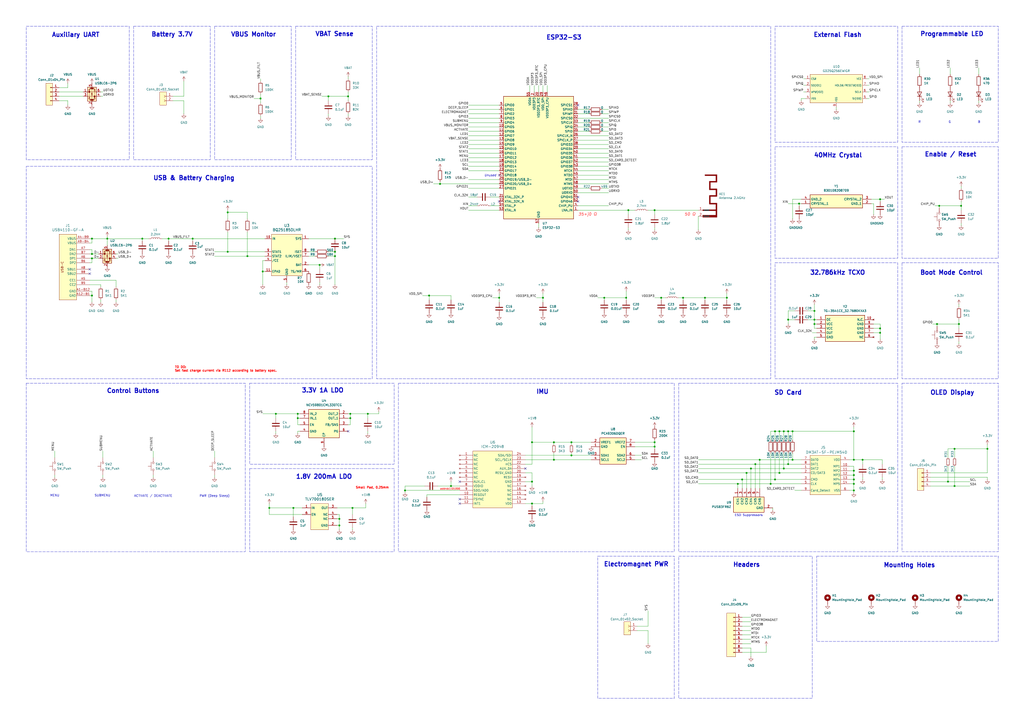
<source format=kicad_sch>
(kicad_sch (version 20231120) (generator "eeschema") (generator_version "8.0")
  (paper "A2")
  (title_block (title "Synchronising Wand") (date "2024-07-10") (rev "1") (company "UCL Department of Electronic and Electrical Engineering") (comment 1 "Yuxuan Han"))
  (junction (at 430.53 278.13))
  (junction (at 495.3 275.59))
  (junction (at 452.12 274.32))
  (junction (at 510.54 190.5))
  (junction (at 495.3 266.7))
  (junction (at 213.36 240.03))
  (junction (at 196.85 304.8))
  (junction (at 203.2 242.57))
  (junction (at 459.74 266.7))
  (junction (at 543.56 187.96))
  (junction (at 457.2 185.42))
  (junction (at 452.12 250.19))
  (junction (at 261.62 281.94))
  (junction (at 172.72 240.03))
  (junction (at 454.66 271.78))
  (junction (at 53.34 147.32))
  (junction (at 447.04 280.67))
  (junction (at 495.3 250.19))
  (junction (at 204.47 294.64))
  (junction (at 82.55 138.43))
  (junction (at 248.92 171.45))
  (junction (at 379.73 256.54))
  (junction (at 308.61 256.54))
  (junction (at 459.74 250.19))
  (junction (at 495.3 284.48))
  (junction (at 185.42 153.67))
  (junction (at 234.95 284.48))
  (junction (at 132.08 123.19))
  (junction (at 457.2 250.19))
  (junction (at 472.44 180.34))
  (junction (at 363.22 172.72))
  (junction (at 194.31 138.43))
  (junction (at 170.18 294.64))
  (junction (at 308.61 292.1))
  (junction (at 308.61 279.4))
  (junction (at 151.13 57.15))
  (junction (at 427.99 280.67))
  (junction (at 143.51 148.59))
  (junction (at 289.56 172.72))
  (junction (at 440.69 266.7))
  (junction (at 203.2 240.03))
  (junction (at 510.54 115.57))
  (junction (at 255.27 106.68))
  (junction (at 111.76 138.43))
  (junction (at 194.31 146.05))
  (junction (at 132.08 146.05))
  (junction (at 549.91 279.4))
  (junction (at 350.52 172.72))
  (junction (at 196.85 300.99))
  (junction (at 364.49 121.92))
  (junction (at 156.21 294.64))
  (junction (at 331.47 264.16))
  (junction (at 421.64 172.72))
  (junction (at 172.72 242.57))
  (junction (at 463.55 118.11))
  (junction (at 472.44 185.42))
  (junction (at 379.73 121.92))
  (junction (at 433.07 274.32))
  (junction (at 457.2 269.24))
  (junction (at 557.53 119.38))
  (junction (at 454.66 250.19))
  (junction (at 472.44 187.96))
  (junction (at 321.31 266.7))
  (junction (at 53.34 171.45))
  (junction (at 62.23 138.43))
  (junction (at 556.26 187.96))
  (junction (at 495.3 280.67))
  (junction (at 331.47 256.54))
  (junction (at 408.94 172.72))
  (junction (at 495.3 278.13))
  (junction (at 572.77 260.35))
  (junction (at 438.15 269.24))
  (junction (at 449.58 278.13))
  (junction (at 500.38 266.7))
  (junction (at 383.54 172.72))
  (junction (at 553.72 281.94))
  (junction (at 321.31 256.54))
  (junction (at 53.34 149.86))
  (junction (at 53.34 138.43))
  (junction (at 379.73 259.08))
  (junction (at 495.3 273.05))
  (junction (at 544.83 119.38))
  (junction (at 190.5 55.88))
  (junction (at 510.54 193.04))
  (junction (at 449.58 250.19))
  (junction (at 314.96 172.72))
  (junction (at 194.31 148.59))
  (junction (at 396.24 172.72))
  (junction (at 435.61 271.78))
  (junction (at 553.72 260.35))
  (junction (at 201.93 55.88))
  (junction (at 160.02 240.03))
  (junction (at 152.4 157.48))
  (junction (at 97.79 138.43))
  (no_connect (at 335.28 114.3))
  (no_connect (at 289.56 116.84))
  (no_connect (at 335.28 60.96))
  (no_connect (at 335.28 116.84))
  (no_connect (at 52.07 156.21))
  (no_connect (at 266.7 292.1))
  (no_connect (at 52.07 158.75))
  (no_connect (at 266.7 289.56))
  (no_connect (at 266.7 279.4))
  (no_connect (at 304.8 271.78))
  (no_connect (at 201.93 250.19))
  (no_connect (at 289.56 101.6))
  (wire (pts (xy 172.72 240.03) (xy 173.99 240.03)))
  (wire (pts (xy 271.78 86.36) (xy 289.56 86.36)))
  (wire (pts (xy 393.7 172.72) (xy 396.24 172.72)))
  (wire (pts (xy 430.53 278.13) (xy 430.53 283.21)))
  (wire (pts (xy 485.14 63.5) (xy 485.14 62.23)))
  (wire (pts (xy 349.25 63.5) (xy 353.06 63.5)))
  (wire (pts (xy 312.42 129.54) (xy 312.42 132.08)))
  (wire (pts (xy 430.53 365.76) (xy 435.61 365.76)))
  (wire (pts (xy 309.88 49.53) (xy 309.88 53.34)))
  (wire (pts (xy 335.28 71.12) (xy 341.63 71.12)))
  (wire (pts (xy 427.99 280.67) (xy 427.99 283.21)))
  (wire (pts (xy 88.9 261.62) (xy 88.9 265.43)))
  (wire (pts (xy 379.73 132.08) (xy 379.73 133.35)))
  (wire (pts (xy 201.93 246.38) (xy 203.2 246.38)))
  (wire (pts (xy 495.3 247.65) (xy 495.3 250.19)))
  (wire (pts (xy 379.73 172.72) (xy 383.54 172.72)))
  (wire (pts (xy 53.34 149.86) (xy 57.15 149.86)))
  (wire (pts (xy 152.4 157.48) (xy 152.4 165.1)))
  (wire (pts (xy 52.07 165.1) (xy 58.42 165.1)))
  (wire (pts (xy 461.01 284.48) (xy 464.82 284.48)))
  (wire (pts (xy 201.93 53.34) (xy 201.93 55.88)))
  (wire (pts (xy 284.48 119.38) (xy 289.56 119.38)))
  (wire (pts (xy 67.31 162.56) (xy 67.31 166.37)))
  (wire (pts (xy 234.95 284.48) (xy 266.7 284.48)))
  (wire (pts (xy 304.8 269.24) (xy 308.61 269.24)))
  (wire (pts (xy 156.21 298.45) (xy 156.21 294.64)))
  (wire (pts (xy 492.76 280.67) (xy 495.3 280.67)))
  (wire (pts (xy 271.78 121.92) (xy 289.56 121.92)))
  (wire (pts (xy 271.78 66.04) (xy 289.56 66.04)))
  (wire (pts (xy 331.47 256.54) (xy 342.9 256.54)))
  (wire (pts (xy 195.58 298.45) (xy 196.85 298.45)))
  (wire (pts (xy 459.74 262.89) (xy 459.74 266.7)))
  (wire (pts (xy 504.19 45.72) (xy 502.92 45.72)))
  (wire (pts (xy 271.78 73.66) (xy 289.56 73.66)))
  (wire (pts (xy 368.3 256.54) (xy 379.73 256.54)))
  (wire (pts (xy 194.31 138.43) (xy 179.07 138.43)))
  (wire (pts (xy 379.73 259.08) (xy 368.3 259.08)))
  (wire (pts (xy 172.72 242.57) (xy 172.72 240.03)))
  (wire (pts (xy 271.78 114.3) (xy 276.86 114.3)))
  (wire (pts (xy 353.06 68.58) (xy 335.28 68.58)))
  (wire (pts (xy 452.12 250.19) (xy 452.12 255.27)))
  (wire (pts (xy 504.19 57.15) (xy 502.92 57.15)))
  (wire (pts (xy 247.65 287.02) (xy 247.65 288.29)))
  (wire (pts (xy 335.28 76.2) (xy 341.63 76.2)))
  (wire (pts (xy 549.91 265.43) (xy 549.91 260.35)))
  (wire (pts (xy 234.95 285.75) (xy 234.95 284.48)))
  (wire (pts (xy 201.93 240.03) (xy 203.2 240.03)))
  (wire (pts (xy 539.75 279.4) (xy 549.91 279.4)))
  (wire (pts (xy 492.76 278.13) (xy 495.3 278.13)))
  (wire (pts (xy 185.42 163.83) (xy 185.42 165.1)))
  (wire (pts (xy 335.28 63.5) (xy 341.63 63.5)))
  (wire (pts (xy 52.07 144.78) (xy 53.34 144.78)))
  (wire (pts (xy 160.02 250.19) (xy 160.02 251.46)))
  (wire (pts (xy 468.63 180.34) (xy 472.44 180.34)))
  (wire (pts (xy 457.2 185.42) (xy 457.2 187.96)))
  (wire (pts (xy 440.69 266.7) (xy 440.69 283.21)))
  (wire (pts (xy 124.46 275.59) (xy 124.46 276.86)))
  (wire (pts (xy 88.9 275.59) (xy 88.9 276.86)))
  (wire (pts (xy 438.15 269.24) (xy 457.2 269.24)))
  (wire (pts (xy 375.92 121.92) (xy 379.73 121.92)))
  (wire (pts (xy 196.85 300.99) (xy 196.85 304.8)))
  (wire (pts (xy 175.26 298.45) (xy 156.21 298.45)))
  (wire (pts (xy 261.62 279.4) (xy 261.62 281.94)))
  (wire (pts (xy 510.54 115.57) (xy 510.54 116.84)))
  (wire (pts (xy 375.92 354.33) (xy 375.92 363.22)))
  (wire (pts (xy 151.13 54.61) (xy 151.13 57.15)))
  (wire (pts (xy 457.2 250.19) (xy 457.2 255.27)))
  (wire (pts (xy 553.72 260.35) (xy 572.77 260.35)))
  (wire (pts (xy 471.17 193.04) (xy 473.71 193.04)))
  (wire (pts (xy 506.73 124.46) (xy 506.73 118.11)))
  (wire (pts (xy 132.08 134.62) (xy 132.08 146.05)))
  (wire (pts (xy 459.74 115.57) (xy 464.82 115.57)))
  (wire (pts (xy 201.93 67.31) (xy 201.93 66.04)))
  (wire (pts (xy 204.47 294.64) (xy 195.58 294.64)))
  (wire (pts (xy 533.4 58.42) (xy 533.4 59.69)))
  (wire (pts (xy 132.08 123.19) (xy 132.08 127)))
  (wire (pts (xy 557.53 119.38) (xy 557.53 121.92)))
  (wire (pts (xy 52.07 138.43) (xy 53.34 138.43)))
  (wire (pts (xy 335.28 109.22) (xy 341.63 109.22)))
  (wire (pts (xy 500.38 269.24) (xy 500.38 266.7)))
  (wire (pts (xy 533.4 39.37) (xy 533.4 43.18)))
  (wire (pts (xy 195.58 300.99) (xy 196.85 300.99)))
  (wire (pts (xy 349.25 66.04) (xy 353.06 66.04)))
  (wire (pts (xy 151.13 57.15) (xy 151.13 59.69)))
  (wire (pts (xy 321.31 256.54) (xy 321.31 257.81)))
  (wire (pts (xy 331.47 256.54) (xy 321.31 256.54)))
  (wire (pts (xy 421.64 172.72) (xy 408.94 172.72)))
  (wire (pts (xy 143.51 123.19) (xy 143.51 127)))
  (wire (pts (xy 463.55 118.11) (xy 464.82 118.11)))
  (wire (pts (xy 314.96 170.18) (xy 314.96 172.72)))
  (wire (pts (xy 124.46 146.05) (xy 132.08 146.05)))
  (wire (pts (xy 549.91 279.4) (xy 562.61 279.4)))
  (wire (pts (xy 433.07 274.32) (xy 452.12 274.32)))
  (wire (pts (xy 201.93 242.57) (xy 203.2 242.57)))
  (wire (pts (xy 379.73 121.92) (xy 405.13 121.92)))
  (wire (pts (xy 304.8 266.7) (xy 321.31 266.7)))
  (wire (pts (xy 53.34 147.32) (xy 57.15 147.32)))
  (wire (pts (xy 405.13 266.7) (xy 440.69 266.7)))
  (wire (pts (xy 152.4 240.03) (xy 160.02 240.03)))
  (wire (pts (xy 212.09 292.1) (xy 212.09 294.64)))
  (wire (pts (xy 271.78 104.14) (xy 289.56 104.14)))
  (wire (pts (xy 172.72 250.19) (xy 172.72 251.46)))
  (wire (pts (xy 52.07 171.45) (xy 53.34 171.45)))
  (wire (pts (xy 383.54 173.99) (xy 383.54 172.72)))
  (wire (pts (xy 430.53 373.38) (xy 435.61 373.38)))
  (wire (pts (xy 472.44 187.96) (xy 472.44 185.42)))
  (wire (pts (xy 556.26 198.12) (xy 556.26 199.39)))
  (wire (pts (xy 196.85 298.45) (xy 196.85 300.99)))
  (wire (pts (xy 271.78 109.22) (xy 289.56 109.22)))
  (wire (pts (xy 335.28 111.76) (xy 353.06 111.76)))
  (wire (pts (xy 551.18 39.37) (xy 551.18 43.18)))
  (wire (pts (xy 245.11 171.45) (xy 248.92 171.45)))
  (wire (pts (xy 444.5 378.46) (xy 430.53 378.46)))
  (wire (pts (xy 543.56 187.96) (xy 556.26 187.96)))
  (wire (pts (xy 457.2 185.42) (xy 461.01 185.42)))
  (wire (pts (xy 335.28 121.92) (xy 364.49 121.92)))
  (wire (pts (xy 435.61 271.78) (xy 435.61 283.21)))
  (wire (pts (xy 219.71 240.03) (xy 213.36 240.03)))
  (wire (pts (xy 473.71 195.58) (xy 472.44 195.58)))
  (wire (pts (xy 190.5 58.42) (xy 190.5 55.88)))
  (wire (pts (xy 285.75 172.72) (xy 289.56 172.72)))
  (wire (pts (xy 67.31 147.32) (xy 68.58 147.32)))
  (wire (pts (xy 190.5 66.04) (xy 190.5 67.31)))
  (wire (pts (xy 304.8 274.32) (xy 308.61 274.32)))
  (wire (pts (xy 62.23 138.43) (xy 62.23 142.24)))
  (wire (pts (xy 454.66 250.19) (xy 457.2 250.19)))
  (wire (pts (xy 271.78 63.5) (xy 289.56 63.5)))
  (wire (pts (xy 39.37 48.26) (xy 39.37 50.8)))
  (wire (pts (xy 556.26 187.96) (xy 556.26 190.5)))
  (wire (pts (xy 383.54 172.72) (xy 386.08 172.72)))
  (wire (pts (xy 271.78 81.28) (xy 289.56 81.28)))
  (wire (pts (xy 204.47 298.45) (xy 204.47 294.64)))
  (wire (pts (xy 349.25 76.2) (xy 353.06 76.2)))
  (wire (pts (xy 364.49 132.08) (xy 364.49 133.35)))
  (wire (pts (xy 506.73 193.04) (xy 510.54 193.04)))
  (wire (pts (xy 408.94 173.99) (xy 408.94 172.72)))
  (wire (pts (xy 34.29 53.34) (xy 48.26 53.34)))
  (wire (pts (xy 59.69 261.62) (xy 59.69 265.43)))
  (wire (pts (xy 304.8 279.4) (xy 308.61 279.4)))
  (wire (pts (xy 289.56 172.72) (xy 289.56 175.26)))
  (wire (pts (xy 438.15 269.24) (xy 438.15 283.21)))
  (wire (pts (xy 156.21 294.64) (xy 170.18 294.64)))
  (wire (pts (xy 353.06 101.6) (xy 335.28 101.6)))
  (wire (pts (xy 34.29 55.88) (xy 48.26 55.88)))
  (wire (pts (xy 321.31 262.89) (xy 321.31 266.7)))
  (wire (pts (xy 335.28 119.38) (xy 353.06 119.38)))
  (wire (pts (xy 375.92 365.76) (xy 375.92 373.38)))
  (wire (pts (xy 111.76 139.7) (xy 111.76 138.43)))
  (wire (pts (xy 67.31 149.86) (xy 68.58 149.86)))
  (wire (pts (xy 199.39 138.43) (xy 194.31 138.43)))
  (wire (pts (xy 52.07 168.91) (xy 53.34 168.91)))
  (wire (pts (xy 308.61 256.54) (xy 308.61 247.65)))
  (wire (pts (xy 421.64 170.18) (xy 421.64 172.72)))
  (wire (pts (xy 346.71 172.72) (xy 350.52 172.72)))
  (wire (pts (xy 261.62 281.94) (xy 266.7 281.94)))
  (wire (pts (xy 106.68 46.99) (xy 106.68 55.88)))
  (wire (pts (xy 549.91 270.51) (xy 549.91 279.4)))
  (wire (pts (xy 452.12 250.19) (xy 454.66 250.19)))
  (wire (pts (xy 457.2 269.24) (xy 464.82 269.24)))
  (wire (pts (xy 495.3 273.05) (xy 495.3 275.59)))
  (wire (pts (xy 353.06 96.52) (xy 335.28 96.52)))
  (wire (pts (xy 466.09 45.72) (xy 467.36 45.72)))
  (wire (pts (xy 321.31 266.7) (xy 342.9 266.7)))
  (wire (pts (xy 335.28 93.98) (xy 353.06 93.98)))
  (wire (pts (xy 457.2 180.34) (xy 457.2 185.42)))
  (wire (pts (xy 375.92 363.22) (xy 369.57 363.22)))
  (wire (pts (xy 234.95 281.94) (xy 246.38 281.94)))
  (wire (pts (xy 82.55 138.43) (xy 82.55 139.7)))
  (wire (pts (xy 52.07 152.4) (xy 53.34 152.4)))
  (wire (pts (xy 539.75 274.32) (xy 572.77 274.32)))
  (wire (pts (xy 449.58 250.19) (xy 452.12 250.19)))
  (wire (pts (xy 39.37 58.42) (xy 39.37 60.96)))
  (wire (pts (xy 405.13 269.24) (xy 438.15 269.24)))
  (wire (pts (xy 454.66 262.89) (xy 454.66 271.78)))
  (wire (pts (xy 251.46 106.68) (xy 255.27 106.68)))
  (wire (pts (xy 466.09 49.53) (xy 467.36 49.53)))
  (wire (pts (xy 405.13 125.4125) (xy 405.13 133.35)))
  (wire (pts (xy 511.81 269.24) (xy 511.81 266.7)))
  (wire (pts (xy 349.25 109.22) (xy 353.06 109.22)))
  (wire (pts (xy 350.52 173.99) (xy 350.52 172.72)))
  (wire (pts (xy 31.75 261.62) (xy 31.75 265.43)))
  (wire (pts (xy 472.44 190.5) (xy 472.44 187.96)))
  (wire (pts (xy 440.69 266.7) (xy 459.74 266.7)))
  (wire (pts (xy 353.06 106.68) (xy 335.28 106.68)))
  (wire (pts (xy 500.38 266.7) (xy 495.3 266.7)))
  (wire (pts (xy 53.34 140.97) (xy 53.34 138.43)))
  (wire (pts (xy 170.18 294.64) (xy 170.18 299.72)))
  (wire (pts (xy 553.72 260.35) (xy 553.72 265.43)))
  (wire (pts (xy 93.98 138.43) (xy 97.79 138.43)))
  (wire (pts (xy 173.99 250.19) (xy 172.72 250.19)))
  (wire (pts (xy 212.09 294.64) (xy 204.47 294.64)))
  (wire (pts (xy 457.2 262.89) (xy 457.2 269.24)))
  (wire (pts (xy 510.54 193.04) (xy 510.54 196.85)))
  (wire (pts (xy 449.58 262.89) (xy 449.58 278.13)))
  (wire (pts (xy 511.81 276.86) (xy 511.81 278.13)))
  (wire (pts (xy 152.4 151.13) (xy 152.4 157.48)))
  (wire (pts (xy 379.73 255.27) (xy 379.73 256.54)))
  (wire (pts (xy 435.61 271.78) (xy 454.66 271.78)))
  (wire (pts (xy 553.72 281.94) (xy 562.61 281.94)))
  (wire (pts (xy 308.61 256.54) (xy 321.31 256.54)))
  (wire (pts (xy 284.48 114.3) (xy 289.56 114.3)))
  (wire (pts (xy 53.34 144.78) (xy 53.34 147.32)))
  (wire (pts (xy 97.79 138.43) (xy 97.79 139.7)))
  (wire (pts (xy 271.78 78.74) (xy 289.56 78.74)))
  (wire (pts (xy 495.3 270.51) (xy 495.3 273.05)))
  (wire (pts (xy 447.04 262.89) (xy 447.04 280.67)))
  (wire (pts (xy 175.26 294.64) (xy 170.18 294.64)))
  (wire (pts (xy 506.73 118.11) (xy 505.46 118.11)))
  (wire (pts (xy 368.3 266.7) (xy 372.11 266.7)))
  (wire (pts (xy 495.3 284.48) (xy 495.3 285.75)))
  (wire (pts (xy 405.13 278.13) (xy 430.53 278.13)))
  (wire (pts (xy 492.76 275.59) (xy 495.3 275.59)))
  (wire (pts (xy 271.78 96.52) (xy 289.56 96.52)))
  (wire (pts (xy 472.44 185.42) (xy 473.71 185.42)))
  (wire (pts (xy 364.49 121.92) (xy 368.3 121.92)))
  (wire (pts (xy 557.53 107.95) (xy 557.53 109.22)))
  (wire (pts (xy 557.53 116.84) (xy 557.53 119.38)))
  (wire (pts (xy 58.42 53.34) (xy 59.69 53.34)))
  (wire (pts (xy 213.36 240.03) (xy 213.36 242.57)))
  (wire (pts (xy 271.78 83.82) (xy 289.56 83.82)))
  (wire (pts (xy 308.61 279.4) (xy 308.61 281.94)))
  (wire (pts (xy 396.24 172.72) (xy 396.24 173.99)))
  (wire (pts (xy 492.76 284.48) (xy 495.3 284.48)))
  (wire (pts (xy 502.92 49.53) (xy 504.19 49.53)))
  (wire (pts (xy 463.55 118.11) (xy 463.55 119.38)))
  (wire (pts (xy 572.77 260.35) (xy 572.77 274.32)))
  (wire (pts (xy 353.06 99.06) (xy 335.28 99.06)))
  (wire (pts (xy 203.2 240.03) (xy 203.2 242.57)))
  (wire (pts (xy 492.76 273.05) (xy 495.3 273.05)))
  (wire (pts (xy 271.78 88.9) (xy 289.56 88.9)))
  (wire (pts (xy 308.61 269.24) (xy 308.61 256.54)))
  (wire (pts (xy 82.55 138.43) (xy 86.36 138.43)))
  (wire (pts (xy 314.96 172.72) (xy 314.96 175.26)))
  (wire (pts (xy 166.37 165.1) (xy 166.37 163.83)))
  (wire (pts (xy 379.73 259.08) (xy 379.73 260.35)))
  (wire (pts (xy 160.02 240.03) (xy 160.02 242.57)))
  (wire (pts (xy 190.5 55.88) (xy 201.93 55.88)))
  (wire (pts (xy 433.07 274.32) (xy 433.07 283.21)))
  (wire (pts (xy 567.69 58.42) (xy 567.69 59.69)))
  (wire (pts (xy 271.78 91.44) (xy 289.56 91.44)))
  (wire (pts (xy 492.76 270.51) (xy 495.3 270.51)))
  (wire (pts (xy 147.32 57.15) (xy 151.13 57.15)))
  (wire (pts (xy 472.44 180.34) (xy 472.44 176.53)))
  (wire (pts (xy 543.56 189.23) (xy 543.56 187.96)))
  (wire (pts (xy 467.36 57.15) (xy 464.82 57.15)))
  (wire (pts (xy 58.42 173.99) (xy 58.42 175.26)))
  (wire (pts (xy 572.77 257.81) (xy 572.77 260.35)))
  (wire (pts (xy 234.95 284.48) (xy 234.95 281.94)))
  (wire (pts (xy 304.8 292.1) (xy 308.61 292.1)))
  (wire (pts (xy 312.42 49.53) (xy 312.42 53.34)))
  (wire (pts (xy 454.66 250.19) (xy 454.66 255.27)))
  (wire (pts (xy 106.68 55.88) (xy 100.33 55.88)))
  (wire (pts (xy 457.2 250.19) (xy 459.74 250.19)))
  (wire (pts (xy 34.29 58.42) (xy 39.37 58.42)))
  (wire (pts (xy 53.34 138.43) (xy 62.23 138.43)))
  (wire (pts (xy 31.75 275.59) (xy 31.75 276.86)))
  (wire (pts (xy 430.53 370.84) (xy 435.61 370.84)))
  (wire (pts (xy 132.08 123.19) (xy 143.51 123.19)))
  (wire (pts (xy 39.37 50.8) (xy 34.29 50.8)))
  (wire (pts (xy 331.47 262.89) (xy 331.47 264.16)))
  (wire (pts (xy 255.27 105.41) (xy 255.27 106.68)))
  (wire (pts (xy 473.71 190.5) (xy 472.44 190.5)))
  (wire (pts (xy 435.61 375.92) (xy 435.61 381)))
  (wire (pts (xy 266.7 287.02) (xy 247.65 287.02)))
  (wire (pts (xy 52.07 140.97) (xy 53.34 140.97)))
  (wire (pts (xy 567.69 39.37) (xy 567.69 43.18)))
  (wire (pts (xy 350.52 172.72) (xy 363.22 172.72)))
  (wire (pts (xy 153.67 157.48) (xy 152.4 157.48)))
  (wire (pts (xy 248.92 173.99) (xy 248.92 171.45)))
  (wire (pts (xy 271.78 71.12) (xy 289.56 71.12)))
  (wire (pts (xy 314.96 292.1) (xy 314.96 290.83)))
  (wire (pts (xy 452.12 262.89) (xy 452.12 274.32)))
  (wire (pts (xy 261.62 171.45) (xy 248.92 171.45)))
  (wire (pts (xy 335.28 86.36) (xy 353.06 86.36)))
  (wire (pts (xy 153.67 151.13) (xy 152.4 151.13)))
  (wire (pts (xy 472.44 185.42) (xy 472.44 180.34)))
  (wire (pts (xy 335.28 91.44) (xy 353.06 91.44)))
  (wire (pts (xy 271.78 76.2) (xy 289.56 76.2)))
  (wire (pts (xy 307.34 49.53) (xy 307.34 53.34)))
  (wire (pts (xy 271.78 99.06) (xy 289.56 99.06)))
  (wire (pts (xy 510.54 187.96) (xy 510.54 190.5)))
  (wire (pts (xy 449.58 250.19) (xy 449.58 255.27)))
  (wire (pts (xy 368.3 264.16) (xy 372.11 264.16)))
  (wire (pts (xy 124.46 261.62) (xy 124.46 265.43)))
  (wire (pts (xy 363.22 173.99) (xy 363.22 172.72)))
  (wire (pts (xy 369.57 365.76) (xy 375.92 365.76)))
  (wire (pts (xy 505.46 115.57) (xy 510.54 115.57)))
  (wire (pts (xy 444.5 374.65) (xy 444.5 378.46)))
  (wire (pts (xy 551.18 58.42) (xy 551.18 59.69)))
  (wire (pts (xy 143.51 148.59) (xy 153.67 148.59)))
  (wire (pts (xy 204.47 306.07) (xy 204.47 307.34)))
  (wire (pts (xy 172.72 246.38) (xy 172.72 242.57)))
  (wire (pts (xy 311.15 172.72) (xy 314.96 172.72)))
  (wire (pts (xy 271.78 68.58) (xy 289.56 68.58)))
  (wire (pts (xy 179.07 153.67) (xy 185.42 153.67)))
  (wire (pts (xy 219.71 238.76) (xy 219.71 240.03)))
  (wire (pts (xy 151.13 45.72) (xy 151.13 46.99)))
  (wire (pts (xy 132.08 146.05) (xy 153.67 146.05)))
  (wire (pts (xy 195.58 304.8) (xy 196.85 304.8)))
  (wire (pts (xy 364.49 121.92) (xy 364.49 124.46)))
  (wire (pts (xy 58.42 165.1) (xy 58.42 166.37)))
  (wire (pts (xy 495.3 250.19) (xy 495.3 266.7)))
  (wire (pts (xy 363.22 168.91) (xy 363.22 172.72)))
  (wire (pts (xy 468.63 185.42) (xy 472.44 185.42)))
  (wire (pts (xy 461.01 180.34) (xy 457.2 180.34)))
  (wire (pts (xy 541.02 187.96) (xy 543.56 187.96)))
  (wire (pts (xy 447.04 280.67) (xy 464.82 280.67)))
  (wire (pts (xy 379.73 256.54) (xy 379.73 259.08)))
  (wire (pts (xy 405.13 280.67) (xy 427.99 280.67)))
  (wire (pts (xy 459.74 250.19) (xy 459.74 255.27)))
  (wire (pts (xy 448.31 294.64) (xy 448.31 295.91)))
  (wire (pts (xy 271.78 119.38) (xy 276.86 119.38)))
  (wire (pts (xy 335.28 83.82) (xy 353.06 83.82)))
  (wire (pts (xy 62.23 137.16) (xy 62.23 138.43)))
  (wire (pts (xy 331.47 264.16) (xy 342.9 264.16)))
  (wire (pts (xy 353.06 104.14) (xy 335.28 104.14)))
  (wire (pts (xy 542.29 119.38) (xy 544.83 119.38)))
  (wire (pts (xy 495.3 275.59) (xy 495.3 278.13)))
  (wire (pts (xy 213.36 240.03) (xy 203.2 240.03)))
  (wire (pts (xy 52.07 149.86) (xy 53.34 149.86)))
  (wire (pts (xy 261.62 173.99) (xy 261.62 171.45)))
  (wire (pts (xy 506.73 187.96) (xy 510.54 187.96)))
  (wire (pts (xy 173.99 242.57) (xy 172.72 242.57)))
  (wire (pts (xy 308.61 292.1) (xy 314.96 292.1)))
  (wire (pts (xy 190.5 148.59) (xy 194.31 148.59)))
  (wire (pts (xy 271.78 60.96) (xy 289.56 60.96)))
  (wire (pts (xy 335.28 66.04) (xy 341.63 66.04)))
  (wire (pts (xy 556.26 185.42) (xy 556.26 187.96)))
  (wire (pts (xy 510.54 115.57) (xy 513.08 115.57)))
  (wire (pts (xy 349.25 71.12) (xy 353.06 71.12)))
  (wire (pts (xy 106.68 58.42) (xy 106.68 66.04)))
  (wire (pts (xy 52.07 147.32) (xy 53.34 147.32)))
  (wire (pts (xy 506.73 190.5) (xy 510.54 190.5)))
  (wire (pts (xy 495.3 278.13) (xy 495.3 280.67)))
  (wire (pts (xy 196.85 304.8) (xy 196.85 307.34)))
  (wire (pts (xy 556.26 176.53) (xy 556.26 177.8)))
  (wire (pts (xy 510.54 190.5) (xy 510.54 193.04)))
  (wire (pts (xy 511.81 266.7) (xy 500.38 266.7)))
  (wire (pts (xy 472.44 187.96) (xy 473.71 187.96)))
  (wire (pts (xy 447.04 250.19) (xy 449.58 250.19)))
  (wire (pts (xy 335.28 88.9) (xy 353.06 88.9)))
  (wire (pts (xy 466.09 53.34) (xy 467.36 53.34)))
  (wire (pts (xy 427.99 280.67) (xy 447.04 280.67)))
  (wire (pts (xy 447.04 255.27) (xy 447.04 250.19)))
  (wire (pts (xy 186.69 55.88) (xy 190.5 55.88)))
  (wire (pts (xy 449.58 278.13) (xy 464.82 278.13)))
  (wire (pts (xy 62.23 138.43) (xy 82.55 138.43)))
  (wire (pts (xy 500.38 276.86) (xy 500.38 278.13)))
  (wire (pts (xy 201.93 55.88) (xy 201.93 58.42)))
  (wire (pts (xy 67.31 175.26) (xy 67.31 173.99)))
  (wire (pts (xy 97.79 138.43) (xy 111.76 138.43)))
  (wire (pts (xy 379.73 121.92) (xy 379.73 124.46)))
  (wire (pts (xy 539.75 281.94) (xy 553.72 281.94)))
  (wire (pts (xy 430.53 278.13) (xy 449.58 278.13)))
  (wire (pts (xy 472.44 195.58) (xy 472.44 196.85)))
  (wire (pts (xy 454.66 271.78) (xy 464.82 271.78)))
  (wire (pts (xy 151.13 67.31) (xy 151.13 68.58)))
  (wire (pts (xy 254 281.94) (xy 261.62 281.94)))
  (wire (pts (xy 308.61 274.32) (xy 308.61 279.4)))
  (wire (pts (xy 457.2 118.11) (xy 463.55 118.11)))
  (wire (pts (xy 143.51 134.62) (xy 143.51 148.59)))
  (wire (pts (xy 335.28 73.66) (xy 341.63 73.66)))
  (wire (pts (xy 100.33 58.42) (xy 106.68 58.42)))
  (wire (pts (xy 53.34 149.86) (xy 53.34 152.4)))
  (wire (pts (xy 203.2 246.38) (xy 203.2 242.57)))
  (wire (pts (xy 544.83 120.65) (xy 544.83 119.38)))
  (wire (pts (xy 430.53 360.68) (xy 435.61 360.68)))
  (wire (pts (xy 349.25 73.66) (xy 353.06 73.66)))
  (wire (pts (xy 549.91 260.35) (xy 553.72 260.35)))
  (wire (pts (xy 190.5 146.05) (xy 194.31 146.05)))
  (wire (pts (xy 179.07 146.05) (xy 182.88 146.05)))
  (wire (pts (xy 464.82 57.15) (xy 464.82 58.42)))
  (wire (pts (xy 492.76 266.7) (xy 495.3 266.7)))
  (wire (pts (xy 185.42 153.67) (xy 185.42 156.21)))
  (wire (pts (xy 572.77 276.86) (xy 539.75 276.86)))
  (wire (pts (xy 430.53 363.22) (xy 435.61 363.22)))
  (wire (pts (xy 201.93 45.72) (xy 201.93 44.45)))
  (wire (pts (xy 194.31 146.05) (xy 194.31 148.59)))
  (wire (pts (xy 430.53 375.92) (xy 435.61 375.92)))
  (wire (pts (xy 173.99 246.38) (xy 172.72 246.38)))
  (wire (pts (xy 557.53 129.54) (xy 557.53 130.81)))
  (wire (pts (xy 59.69 275.59) (xy 59.69 276.86)))
  (wire (pts (xy 160.02 240.03) (xy 172.72 240.03)))
  (wire (pts (xy 504.19 53.34) (xy 502.92 53.34)))
  (wire (pts (xy 405.13 274.32) (xy 433.07 274.32)))
  (wire (pts (xy 52.07 162.56) (xy 67.31 162.56)))
  (wire (pts (xy 308.61 292.1) (xy 308.61 293.37)))
  (wire (pts (xy 213.36 250.19) (xy 213.36 251.46)))
  (wire (pts (xy 335.28 81.28) (xy 353.06 81.28)))
  (wire (pts (xy 495.3 280.67) (xy 495.3 284.48)))
  (wire (pts (xy 331.47 256.54) (xy 331.47 257.81)))
  (wire (pts (xy 459.74 127) (xy 459.74 115.57)))
  (wire (pts (xy 430.53 358.14) (xy 435.61 358.14)))
  (wire (pts (xy 544.83 119.38) (xy 557.53 119.38)))
  (wire (pts (xy 317.5 49.53) (xy 317.5 53.34)))
  (wire (pts (xy 314.96 49.53) (xy 314.96 53.34)))
  (wire (pts (xy 335.28 78.74) (xy 353.06 78.74)))
  (wire (pts (xy 289.56 170.18) (xy 289.56 172.72)))
  (wire (pts (xy 58.42 55.88) (xy 59.69 55.88)))
  (wire (pts (xy 271.78 93.98) (xy 289.56 93.98)))
  (wire (pts (xy 553.72 270.51) (xy 553.72 281.94)))
  (wire (pts (xy 459.74 250.19) (xy 495.3 250.19)))
  (wire (pts (xy 111.76 138.43) (xy 153.67 138.43)))
  (wire (pts (xy 132.08 123.19) (xy 132.08 121.92)))
  (wire (pts (xy 304.8 264.16) (xy 331.47 264.16)))
  (wire (pts (xy 156.21 294.64) (xy 156.21 292.1)))
  (wire (pts (xy 255.27 106.68) (xy 289.56 106.68)))
  (wire (pts (xy 53.34 171.45) (xy 53.34 175.26)))
  (wire (pts (xy 179.07 148.59) (xy 182.88 148.59)))
  (wire (pts (xy 53.34 168.91) (xy 53.34 171.45)))
  (wire (pts (xy 124.46 148.59) (xy 143.51 148.59)))
  (wire (pts (xy 572.77 278.13) (xy 572.77 276.86)))
  (wire (pts (xy 421.64 173.99) (xy 421.64 172.72)))
  (wire (pts (xy 405.13 271.78) (xy 435.61 271.78)))
  (wire (pts (xy 459.74 266.7) (xy 464.82 266.7)))
  (wire (pts (xy 408.94 172.72) (xy 396.24 172.72)))
  (wire (pts (xy 194.31 148.59) (xy 194.31 165.1)))
  (wire (pts (xy 452.12 274.32) (xy 464.82 274.32)))
  (wire (pts (xy 430.53 368.3) (xy 435.61 368.3)))
  (rectangle (start 449.58 152.4) (end 520.7 219.71) (stroke (width 0) (type dash)))
  (rectangle (start 393.7 322.58) (end 471.17 405.13) (stroke (width 0) (type dash)))
  (rectangle (start 77.47 15.24) (end 121.92 92.71) (stroke (width 0) (type dash)))
  (rectangle (start 393.7 222.25) (end 520.7 320.04) (stroke (width 0) (type dash)))
  (rectangle (start 218.44 15.24) (end 447.04 219.71) (stroke (width 0) (type dash)))
  (rectangle (start 144.78 222.25) (end 228.6 269.24) (stroke (width 0) (type dash)))
  (rectangle (start 171.45 15.24) (end 215.9 92.71) (stroke (width 0) (type dash)))
  (rectangle (start 346.71 322.58) (end 391.16 405.13) (stroke (width 0) (type dash)))
  (rectangle (start 523.24 85.09) (end 579.12 149.86) (stroke (width 0) (type dash)))
  (rectangle (start 231.14 222.25) (end 391.16 320.04) (stroke (width 0) (type dash)))
  (rectangle (start 449.58 85.09) (end 520.7 149.86) (stroke (width 0) (type dash)))
  (rectangle (start 523.24 222.25) (end 579.12 320.04) (stroke (width 0) (type dash)))
  (rectangle (start 473.71 322.58) (end 579.12 372.11) (stroke (width 0) (type dash)))
  (rectangle (start 523.24 15.24) (end 579.12 82.55) (stroke (width 0) (type dash)))
  (rectangle (start 144.78 271.78) (end 228.6 320.04) (stroke (width 0) (type dash)))
  (rectangle (start 523.24 152.4) (end 579.12 219.71) (stroke (width 0) (type dash)))
  (rectangle (start 449.58 15.24) (end 520.7 82.55) (stroke (width 0) (type dash)))
  (rectangle (start 124.46 15.24) (end 168.91 92.71) (stroke (width 0) (type dash)))
  (rectangle (start 15.24 96.52) (end 215.9 219.71) (stroke (width 0) (type dash)))
  (rectangle (start 15.24 15.24) (end 74.93 92.71) (stroke (width 0) (type dash)))
  (rectangle (start 15.24 222.25) (end 142.24 320.04) (stroke (width 0) (type dash)))
  (text "Electromagnet PWR" (at 369.062 327.406 0) (effects (font (size 2.54 2.54) (thickness 0.508) (bold yes))))
  (text "50 Ω" (at 400.304 124.46 0) (effects (font (size 1.651 1.651) (italic yes))))
  (text "addr:b1101000" (at 261.112 283.718 0) (effects (font (size 1.016 1.016) (italic yes))))
  (text "1.8V 200mA LDO" (at 187.96 276.606 0) (effects (font (size 2.54 2.54) (thickness 0.508) (bold yes))))
  (text "ACTIVATE / DEACTIVATE" (at 88.9 287.782 0) (effects (font (size 1.27 1.27))))
  (text "35+j0 Ω" (at 340.868 124.46 0) (effects (font (size 1.651 1.651) (italic yes))))
  (text "PWR (Deep Sleep)" (at 124.46 287.782 0) (effects (font (size 1.27 1.27))))
  (text "Enable / Reset" (at 551.434 89.662 0) (effects (font (size 2.54 2.54) (thickness 0.508) (bold yes))))
  (text "VBAT Sense" (at 194.056 19.812 0) (effects (font (size 2.54 2.54) (thickness 0.508) (bold yes))))
  (text "Small Pad, 0.25mm\n" (at 206.248 282.956 0) (effects (font (size 1.27 1.27) (thickness 0.254) (bold yes)) (justify left)))
  (text "Headers" (at 433.07 327.66 0) (effects (font (size 2.54 2.54) (thickness 0.508) (bold yes))))
  (text "External Flash" (at 485.902 20.32 0) (effects (font (size 2.54 2.54) (thickness 0.508) (bold yes))))
  (text "Battery 3.7V\n" (at 99.822 20.066 0) (effects (font (size 2.54 2.54) (thickness 0.508) (bold yes))))
  (text "ESD Suppressors" (at 434.34 298.958 0) (effects (font (size 1.27 1.27))))
  (text "USB & Battery Charging" (at 112.522 103.378 0) (effects (font (size 2.54 2.54) (thickness 0.508) (bold yes))))
  (text "B" (at 567.944 70.866 0) (effects (font (size 1.27 1.27))))
  (text "32.786kHz TCXO" (at 485.902 158.242 0) (effects (font (size 2.54 2.54) (bold yes))))
  (text "Auxiliary UART" (at 43.942 20.32 0) (effects (font (size 2.54 2.54) (thickness 0.508) (bold yes))))
  (text "SD Card" (at 457.2 227.838 0) (effects (font (size 2.54 2.54) (thickness 0.508) (bold yes))))
  (text "Mounting Holes" (at 527.558 327.914 0) (effects (font (size 2.54 2.54) (thickness 0.508) (bold yes))))
  (text "3.3V 1A LDO" (at 187.198 226.568 0) (effects (font (size 2.54 2.54) (thickness 0.508) (bold yes))))
  (text "MENU" (at 31.75 287.528 0) (effects (font (size 1.27 1.27))))
  (text "SUBMENU" (at 59.436 287.528 0) (effects (font (size 1.27 1.27))))
  (text "VBUS Monitor" (at 147.066 20.066 0) (effects (font (size 2.54 2.54) (thickness 0.508) (bold yes))))
  (text "Boot Mode Control" (at 551.942 158.242 0) (effects (font (size 2.54 2.54) (thickness 0.508) (bold yes))))
  (text "Unused" (at 284.48 101.854 0) (effects (font (size 1.27 1.27) (italic yes))))
  (text "R" (at 533.4 70.866 0) (effects (font (size 1.27 1.27))))
  (text "ESP32-S3" (at 327.152 21.844 0) (effects (font (size 2.54 2.54) (thickness 0.508) (bold yes))))
  (text "IMU" (at 314.706 227.33 0) (effects (font (size 2.54 2.54) (thickness 0.508) (bold yes))))
  (text "G" (at 550.926 70.866 0) (effects (font (size 1.27 1.27))))
  (text "Control Buttons" (at 77.216 226.822 0) (effects (font (size 2.54 2.54) (thickness 0.508) (bold yes))))
  (text "40MHz Crystal" (at 486.156 90.17 0) (effects (font (size 2.54 2.54) (bold yes))))
  (text "OLED Display" (at 552.45 227.838 0) (effects (font (size 2.54 2.54) (thickness 0.508) (bold yes))))
  (text "Programmable LED" (at 552.196 19.812 0) (effects (font (size 2.54 2.54) (thickness 0.508) (bold yes))))
  (text "TO DO:\nSet fast charge current via R112 according to battery spec." (at 101.346 214.122 0) (effects (font (size 1.27 1.27) (thickness 0.254) (bold yes)) (justify left)))
  (label "SUBMENU" (at 59.69 261.62 90))
  (label "GPIO0" (at 271.78 60.96 180))
  (label "VDD3P3_RTC" (at 311.15 172.72 180))
  (label "SPICS0" (at 466.09 45.72 180))
  (label "SD_DAT1" (at 353.06 91.44 0))
  (label "SD_CMD" (at 405.13 278.13 180))
  (label "MTDI" (at 435.61 368.3 0))
  (label "D+" (at 54.61 149.86 0))
  (label "SPIHD" (at 353.06 63.5 0))
  (label "CHIP_PU" (at 542.29 119.38 180))
  (label "SPIHD" (at 504.19 49.53 0))
  (label "VDDA" (at 346.71 172.72 180))
  (label "XIN" (at 457.2 118.11 180))
  (label "GPIO38" (at 353.06 96.52 0))
  (label "VDD3P3_CPU" (at 285.75 172.72 180))
  (label "SPIQ" (at 353.06 73.66 0))
  (label "GPIO0" (at 541.02 187.96 180))
  (label "LED2" (at 551.18 39.37 90))
  (label "MTMS" (at 353.06 106.68 0))
  (label "VDD_SPI" (at 314.96 49.53 90))
  (label "VBUS_MONITOR" (at 147.32 57.15 180))
  (label "USB_D-" (at 68.58 147.32 0))
  (label "" (at 349.25 63.5 270))
  (label "SPICS0" (at 353.06 68.58 0))
  (label "SPID" (at 353.06 76.2 0))
  (label "MTMS" (at 435.61 373.38 0))
  (label "MTCK" (at 353.06 99.06 0))
  (label "GPIO21" (at 271.78 109.22 180))
  (label "VDD3P3_RTC" (at 312.42 49.53 90))
  (label "ACTIVATE" (at 88.9 261.62 90))
  (label "CLK_32K" (at 471.17 193.04 180))
  (label "GPIO3" (at 271.78 68.58 180))
  (label "SD_DAT0" (at 405.13 266.7 180))
  (label "ACTIVATE" (at 271.78 76.2 180))
  (label "SD_DAT3" (at 405.13 274.32 180))
  (label "VDD3P3" (at 309.88 49.53 90))
  (label "SD_CLK" (at 405.13 280.67 180))
  (label "SPIWP" (at 466.09 53.34 180))
  (label "U0RXD" (at 353.06 111.76 0))
  (label "U0RXD" (at 59.69 55.88 0))
  (label "SD_CARD_DETECT" (at 353.06 93.98 0))
  (label "SCL" (at 372.11 266.7 0))
  (label "SPIQ" (at 466.09 49.53 180))
  (label "U0TXD" (at 353.06 109.22 0))
  (label "SD_DAT2" (at 353.06 78.74 0))
  (label "VDDA" (at 307.34 49.53 90))
  (label "LED3" (at 271.78 93.98 180))
  (label "VBAT_SENSE" (at 186.69 55.88 180))
  (label "VDD_SPI" (at 245.11 171.45 180))
  (label "VBUS_FILT" (at 100.33 138.43 0))
  (label "SPICLK" (at 353.06 71.12 0))
  (label "LED3" (at 567.69 39.37 90))
  (label "CHIP_PU" (at 353.06 119.38 0))
  (label "VDD_SPI" (at 504.19 45.72 0))
  (label "SD_CMD" (at 353.06 83.82 0))
  (label "SCL" (at 562.61 279.4 0))
  (label "ELECTROMAGNET" (at 435.61 360.68 0))
  (label "SPICLK" (at 504.19 53.34 0))
  (label "MTDI" (at 353.06 104.14 0))
  (label "SD_DAT3" (at 353.06 81.28 0))
  (label "U0TXD" (at 59.69 53.34 0))
  (label "SD_CLK" (at 353.06 86.36 0))
  (label "LED1" (at 271.78 78.74 180))
  (label "SD_DAT1" (at 405.13 269.24 180))
  (label "CLK_32K" (at 271.78 114.3 180))
  (label "USB_D-" (at 271.78 104.14 180))
  (label "SDA" (at 271.78 99.06 180))
  (label "DEEP_SLEEP" (at 124.46 261.62 90))
  (label "SDA" (at 372.11 264.16 0))
  (label "GPIO38" (at 435.61 363.22 0))
  (label "VDD3P3_CPU" (at 317.5 49.53 90))
  (label "SYS" (at 375.92 354.33 90))
  (label "SPIWP" (at 353.06 66.04 0))
  (label "ELECTROMAGNET" (at 271.78 66.04 180))
  (label "LED2" (at 271.78 83.82 180))
  (label "MTDO" (at 353.06 101.6 0))
  (label "MENU" (at 31.75 261.62 90))
  (label "MENU" (at 271.78 91.44 180))
  (label "STAT1" (at 271.78 88.9 180))
  (label "MTCK" (at 435.61 370.84 0))
  (label "SD_DAT0" (at 353.06 88.9 0))
  (label "VBUS_FILT" (at 151.13 45.72 90))
  (label "USB_D+" (at 68.58 149.86 0))
  (label "XOUT" (at 271.78 121.92 180))
  (label "VBAT_SENSE" (at 271.78 81.28 180))
  (label "SYS" (at 152.4 240.03 180))
  (label "LED1" (at 533.4 39.37 90))
  (label "VDD3P3" (at 379.73 172.72 180))
  (label "DEEP_SLEEP" (at 271.78 63.5 180))
  (label "SYS" (at 199.39 138.43 0))
  (label "SUBMENU" (at 271.78 71.12 180))
  (label "GPIO3" (at 435.61 358.14 0))
  (label "STAT2" (at 124.46 148.59 180))
  (label "XIN" (at 271.78 119.38 180))
  (label "SD_DAT2" (at 405.13 271.78 180))
  (label "STAT1" (at 124.46 146.05 180))
  (label "SDA" (at 562.61 281.94 0))
  (label "SD_CARD_DETECT" (at 461.01 284.48 180))
  (label "XOUT" (at 513.08 115.57 0))
  (label "VBUS_MONITOR" (at 271.78 73.66 180))
  (label "SCL" (at 271.78 96.52 180))
  (label "STAT2" (at 271.78 86.36 180))
  (label "MTDO" (at 435.61 365.76 0))
  (label "USB_D+" (at 251.46 106.68 180))
  (label "D-" (at 54.61 147.32 0))
  (label "SPID" (at 504.19 57.15 0))
  (symbol (lib_id "power:GND") (at 97.79 147.32 0) (unit 1)
    (property "Reference" "#PWR014" (effects (hide yes)))
    (property "Value" "GND" (at 97.79 152.4 0))
    (property "Description" "Power symbol creates a global label with name \"GND\" , ground" (effects (hide yes)))
  )
  (symbol (lib_id "Device:C") (at 190.5 62.23 0) (unit 1)
    (property "Reference" "C7" (at 194.31 60.9599 0) (effects (justify left)))
    (property "Value" "0.1uF" (at 194.31 63.4999 0) (effects (justify left)))
    (property "Footprint" "Capacitor_SMD:C_0603_1608Metric" (effects (hide yes)))
    (property "Description" "Unpolarized capacitor" (effects (hide yes)))
  )
  (symbol (lib_id "Project_Components:ICM-20948") (at 257.81 264.16 0) (unit 1)
    (property "Reference" "U6" (at 285.75 256.54 0) (effects (font (size 1.524 1.524))))
    (property "Value" "ICM-20948" (at 285.75 259.08 0) (effects (font (size 1.524 1.524))))
    (property "Footprint" "Project_Component_Footprints:QFN24_3X3X0P9_IVS" (effects (hide yes)))
    (property "Datasheet" "ICM-20948" (effects (hide yes)))
  )
  (symbol (lib_id "Device:R") (at 557.53 113.03 0) (unit 1)
    (property "Reference" "R35" (at 560.07 111.7599 0) (effects (justify left)))
    (property "Value" "10K" (at 560.07 114.2999 0) (effects (justify left)))
    (property "Footprint" "Resistor_SMD:R_0603_1608Metric" (effects (hide yes)))
    (property "Description" "Resistor" (effects (hide yes)))
  )
  (symbol (lib_id "Switch:SW_Push") (at 59.69 270.51 90) (unit 1)
    (property "Reference" "SW2" (at 60.96 269.2399 90) (effects (justify right)))
    (property "Value" "SW_Push" (at 60.96 271.7799 90) (effects (justify right)))
    (property "Footprint" "Project_Component_Footprints:Switch" (effects (hide yes)))
    (property "Description" "Push button switch, generic, two pins" (effects (hide yes)))
  )
  (symbol (lib_id "power:GND") (at 533.4 59.69 0) (unit 1)
    (property "Reference" "#PWR087" (effects (hide yes)))
    (property "Value" "GND" (at 533.4 64.77 0))
    (property "Description" "Power symbol creates a global label with name \"GND\" , ground" (effects (hide yes)))
  )
  (symbol (lib_id "Device:C") (at 250.19 281.94 90) (unit 1)
    (property "Reference" "C13" (at 250.19 274.32 90))
    (property "Value" "0.1uF" (at 250.19 276.86 90))
    (property "Footprint" "Capacitor_SMD:C_0603_1608Metric" (effects (hide yes)))
    (property "Description" "Unpolarized capacitor" (effects (hide yes)))
  )
  (symbol (lib_id "Device:R") (at 459.74 259.08 0) (unit 1)
    (property "Reference" "R29" (at 458.47 256.286 90) (effects (justify left)))
    (property "Value" "10K" (at 458.47 265.938 90) (effects (justify left)))
    (property "Footprint" "Resistor_SMD:R_0603_1608Metric" (effects (hide yes)))
    (property "Description" "Resistor" (effects (hide yes)))
  )
  (symbol (lib_id "Device:R") (at 454.66 259.08 0) (unit 1)
    (property "Reference" "R27" (at 453.39 256.286 90) (effects (justify left)))
    (property "Value" "10K" (at 453.39 265.938 90) (effects (justify left)))
    (property "Footprint" "Resistor_SMD:R_0603_1608Metric" (effects (hide yes)))
    (property "Description" "Resistor" (effects (hide yes)))
  )
  (symbol (lib_id "Device:C") (at 247.65 292.1 0) (unit 1)
    (property "Reference" "C12" (at 239.268 290.576 0) (effects (justify left)))
    (property "Value" "0.1uF" (at 238.76 293.116 0) (effects (justify left)))
    (property "Footprint" "Capacitor_SMD:C_0603_1608Metric" (effects (hide yes)))
    (property "Description" "Unpolarized capacitor" (effects (hide yes)))
  )
  (symbol (lib_id "Device:C") (at 557.53 125.73 0) (unit 1)
    (property "Reference" "C32" (at 561.34 124.4599 0) (effects (justify left)))
    (property "Value" "1uF" (at 561.34 126.9999 0) (effects (justify left)))
    (property "Footprint" "Capacitor_SMD:C_0603_1608Metric" (effects (hide yes)))
    (property "Description" "Unpolarized capacitor" (effects (hide yes)))
  )
  (symbol (lib_id "Connector:Conn_01x09_Pin") (at 425.45 368.3 0) (unit 1)
    (property "Reference" "J4" (at 426.085 347.98 0))
    (property "Value" "Conn_01x09_Pin" (at 426.085 350.52 0))
    (property "Footprint" "Connector_PinHeader_2.54mm:PinHeader_1x09_P2.54mm_Vertical" (effects (hide yes)))
    (property "Description" "Generic connector, single row, 01x09, script generated" (effects (hide yes)))
  )
  (symbol (lib_id "power:+1V8") (at 314.96 290.83 0) (unit 1)
    (property "Reference" "#PWR054" (effects (hide yes)))
    (property "Value" "+1V8" (at 314.96 285.75 0))
    (property "Description" "Power symbol creates a global label with name \"+1V8\"" (effects (hide yes)))
  )
  (symbol (lib_id "Device:C") (at 160.02 246.38 0) (unit 1)
    (property "Reference" "C4" (at 163.83 245.1099 0) (effects (justify left)))
    (property "Value" "10uF" (at 163.83 247.6499 0) (effects (justify left)))
    (property "Footprint" "Capacitor_SMD:C_0603_1608Metric" (effects (hide yes)))
    (property "Description" "Unpolarized capacitor" (effects (hide yes)))
  )
  (symbol (lib_id "Mechanical:MountingHole_Pad") (at 556.26 347.98 0) (unit 1) (exclude_from_sim yes) (in_bom no)
    (property "Reference" "H4" (at 558.8 345.4399 0) (effects (justify left)))
    (property "Value" "MountingHole_Pad" (at 558.8 347.9799 0) (effects (justify left)))
    (property "Footprint" "MountingHole:MountingHole_2.2mm_M2_ISO7380_Pad" (effects (hide yes)))
    (property "Description" "Mounting Hole with connection" (effects (hide yes)))
  )
  (symbol (lib_id "Connector:Conn_01x04_Pin") (at 534.67 276.86 0) (unit 1)
    (property "Reference" "J6" (at 535.432 267.208 0))
    (property "Value" "Conn_01x04_Pin" (at 535.432 269.748 0))
    (property "Footprint" "Connector_PinHeader_2.54mm:PinHeader_1x04_P2.54mm_Vertical" (effects (hide yes)))
    (property "Description" "Generic connector, single row, 01x04, script generated" (effects (hide yes)))
  )
  (symbol (lib_id "power:GND") (at 375.92 373.38 0) (unit 1)
    (property "Reference" "#PWR0100" (effects (hide yes)))
    (property "Value" "GND" (at 375.92 378.46 0))
    (property "Description" "Power symbol creates a global label with name \"GND\" , ground" (effects (hide yes)))
  )
  (symbol (lib_id "power:GND") (at 557.53 130.81 0) (unit 1)
    (property "Reference" "#PWR095" (effects (hide yes)))
    (property "Value" "GND" (at 557.53 135.89 0))
    (property "Description" "Power symbol creates a global label with name \"GND\" , ground" (effects (hide yes)))
  )
  (symbol (lib_id "Device:C") (at 261.62 177.8 0) (unit 1)
    (property "Reference" "C14" (at 265.43 176.5299 0) (effects (justify left)))
    (property "Value" "1uF" (at 265.43 179.0699 0) (effects (justify left)))
    (property "Footprint" "Capacitor_SMD:C_0603_1608Metric" (effects (hide yes)))
    (property "Description" "Unpolarized capacitor" (effects (hide yes)))
  )
  (symbol (lib_id "Device:R") (at 345.44 73.66 90) (unit 1)
    (property "Reference" "R20" (at 340.36 72.644 90))
    (property "Value" "0" (at 349.25 72.644 90))
    (property "Footprint" "Resistor_SMD:R_0402_1005Metric" (effects (hide yes)))
    (property "Description" "Resistor" (effects (hide yes)))
  )
  (symbol (lib_id "power:+3.3V") (at 379.73 247.65 0) (unit 1)
    (property "Reference" "#PWR060" (effects (hide yes)))
    (property "Value" "+3.3V" (at 379.73 242.57 0))
    (property "Description" "Power symbol creates a global label with name \"+3.3V\"" (effects (hide yes)))
  )
  (symbol (lib_id "Device:C") (at 556.26 194.31 0) (unit 1)
    (property "Reference" "C31" (at 560.07 193.0399 0) (effects (justify left)))
    (property "Value" "0.1uF" (at 560.07 195.5799 0) (effects (justify left)))
    (property "Footprint" "Capacitor_SMD:C_0603_1608Metric" (effects (hide yes)))
    (property "Description" "Unpolarized capacitor" (effects (hide yes)))
  )
  (symbol (lib_id "power:GND") (at 172.72 251.46 0) (unit 1)
    (property "Reference" "#PWR026" (effects (hide yes)))
    (property "Value" "GND" (at 172.72 256.54 0))
    (property "Description" "Power symbol creates a global label with name \"GND\" , ground" (effects (hide yes)))
  )
  (symbol (lib_id "Project_Components:USB4110-GF-A") (at 19.05 140.97 0) (unit 1)
    (property "Reference" "J1" (at 39.37 130.81 0) (effects (font (size 1.524 1.524))))
    (property "Value" "USB4110-GF-A" (at 39.37 133.35 0) (effects (font (size 1.524 1.524))))
    (property "Footprint" "Project_Component_Footprints:USB4110-GF-A_GCT" (effects (hide yes)))
    (property "Datasheet" "USB4110-GF-A" (effects (hide yes)))
  )
  (symbol (lib_id "Connector:Conn_01x02_Socket") (at 363.22 356.87 0) (unit 1)
    (property "Reference" "J7" (at 361.442 356.616 0) (effects (justify left)))
    (property "Value" "Conn_01x02_Socket" (at 354.076 359.156 0) (effects (justify left)))
    (property "Footprint" "Project_Component_Footprints:CTB30512BK" (effects (hide yes)))
    (property "Description" "Generic connector, single row, 01x02, script generated" (effects (hide yes)))
  )
  (symbol (lib_id "power:+3.3V") (at 289.56 170.18 0) (unit 1)
    (property "Reference" "#PWR046" (effects (hide yes)))
    (property "Value" "+3.3V" (at 289.56 165.1 0))
    (property "Description" "Power symbol creates a global label with name \"+3.3V\"" (effects (hide yes)))
  )
  (symbol (lib_id "power:GND") (at 82.55 147.32 0) (unit 1)
    (property "Reference" "#PWR012" (effects (hide yes)))
    (property "Value" "GND" (at 82.55 152.4 0))
    (property "Description" "Power symbol creates a global label with name \"GND\" , ground" (effects (hide yes)))
  )
  (symbol (lib_id "Device:C") (at 511.81 273.05 0) (unit 1)
    (property "Reference" "C35" (at 515.112 271.78 0) (effects (justify left)))
    (property "Value" "10uF" (at 515.112 274.32 0) (effects (justify left)))
    (property "Footprint" "Capacitor_SMD:C_0603_1608Metric" (effects (hide yes)))
    (property "Description" "Unpolarized capacitor" (effects (hide yes)))
  )
  (symbol (lib_id "Device:C") (at 510.54 120.65 0) (unit 1)
    (property "Reference" "C30" (at 514.35 119.3799 0) (effects (justify left)))
    (property "Value" "10pF" (at 514.35 121.9199 0) (effects (justify left)))
    (property "Footprint" "Capacitor_SMD:C_0603_1608Metric" (effects (hide yes)))
    (property "Description" "Unpolarized capacitor" (effects (hide yes)))
  )
  (symbol (lib_id "Device:R") (at 345.44 109.22 90) (unit 1)
    (property "Reference" "R22" (at 340.36 108.204 90))
    (property "Value" "499" (at 350.52 108.204 90))
    (property "Footprint" "Resistor_SMD:R_0603_1608Metric" (effects (hide yes)))
    (property "Description" "Resistor" (effects (hide yes)))
  )
  (symbol (lib_id "power:GND") (at 261.62 181.61 0) (unit 1)
    (property "Reference" "#PWR044" (effects (hide yes)))
    (property "Value" "GND" (at 261.62 186.69 0))
    (property "Description" "Power symbol creates a global label with name \"GND\" , ground" (effects (hide yes)))
  )
  (symbol (lib_id "Connector:Conn_01x02_Socket") (at 93.98 49.53 0) (unit 1)
    (property "Reference" "J3" (at 92.202 49.276 0) (effects (justify left)))
    (property "Value" "Conn_01x02_Socket" (at 84.836 51.816 0) (effects (justify left)))
    (property "Footprint" "Project_Component_Footprints:CTB30512BK" (effects (hide yes)))
    (property "Description" "Generic connector, single row, 01x02, script generated" (effects (hide yes)))
  )
  (symbol (lib_id "power:GND") (at 170.18 307.34 0) (unit 1)
    (property "Reference" "#PWR025" (effects (hide yes)))
    (property "Value" "GND" (at 170.18 312.42 0))
    (property "Description" "Power symbol creates a global label with name \"GND\" , ground" (effects (hide yes)))
  )
  (symbol (lib_id "Device:R") (at 67.31 170.18 0) (unit 1)
    (property "Reference" "R2" (at 69.85 168.9099 0) (effects (justify left)))
    (property "Value" "5K1" (at 69.85 171.4499 0) (effects (justify left)))
    (property "Footprint" "Resistor_SMD:R_0603_1608Metric" (effects (hide yes)))
    (property "Description" "Resistor" (effects (hide yes)))
  )
  (symbol (lib_id "power:GND") (at 500.38 278.13 0) (unit 1)
    (property "Reference" "#PWR099" (effects (hide yes)))
    (property "Value" "GND" (at 500.38 283.21 0))
    (property "Description" "Power symbol creates a global label with name \"GND\" , ground" (effects (hide yes)))
  )
  (symbol (lib_id "Device:R") (at 449.58 259.08 0) (unit 1)
    (property "Reference" "R25" (at 448.31 256.286 90) (effects (justify left)))
    (property "Value" "10K" (at 448.31 265.938 90) (effects (justify left)))
    (property "Footprint" "Resistor_SMD:R_0603_1608Metric" (effects (hide yes)))
    (property "Description" "Resistor" (effects (hide yes)))
  )
  (symbol (lib_id "Device:LED") (at 551.18 54.61 90) (unit 1)
    (property "Reference" "D2" (at 554.99 54.9274 90) (effects (justify right)))
    (property "Value" "LED" (at 554.99 57.4674 90) (effects (justify right)))
    (property "Footprint" "LED_SMD:LED_0603_1608Metric" (effects (hide yes)))
    (property "Description" "Light emitting diode" (effects (hide yes)))
  )
  (symbol (lib_id "MCU_Espressif:ESP32-S3") (at 312.42 91.44 0) (unit 1)
    (property "Reference" "U7" (at 314.6141 129.54 0) (effects (justify left)))
    (property "Value" "ESP32-S3" (at 314.6141 132.08 0) (effects (justify left)))
    (property "Footprint" "Package_DFN_QFN:QFN-56-1EP_7x7mm_P0.4mm_EP4x4mm" (effects (hide yes)))
    (property "Datasheet" "https://www.espressif.com/sites/default/files/documentation/esp32-s3_datasheet_en.pdf" (effects (hide yes)))
    (property "Description" "Microcontroller, Wi-Fi 802.11b/g/n, Bluetooth, 32bit" (effects (hide yes)))
  )
  (symbol (lib_id "Device:L") (at 389.89 172.72 90) (unit 1)
    (property "Reference" "L4" (at 389.89 167.64 90))
    (property "Value" "2nH" (at 389.89 170.18 90))
    (property "Footprint" "Inductor_SMD:L_0402_1005Metric" (effects (hide yes)))
    (property "Description" "Inductor" (effects (hide yes)))
  )
  (symbol (lib_id "power:GND") (at 248.92 181.61 0) (unit 1)
    (property "Reference" "#PWR041" (effects (hide yes)))
    (property "Value" "GND" (at 248.92 186.69 0))
    (property "Description" "Power symbol creates a global label with name \"GND\" , ground" (effects (hide yes)))
  )
  (symbol (lib_id "Device:R") (at 447.04 259.08 0) (unit 1)
    (property "Reference" "R24" (at 445.77 256.286 90) (effects (justify left)))
    (property "Value" "10K" (at 445.77 265.938 90) (effects (justify left)))
    (property "Footprint" "Resistor_SMD:R_0603_1608Metric" (effects (hide yes)))
    (property "Description" "Resistor" (effects (hide yes)))
  )
  (symbol (lib_id "power:GND") (at 495.3 285.75 0) (unit 1)
    (property "Reference" "#PWR081" (effects (hide yes)))
    (property "Value" "GND" (at 495.3 290.83 0))
    (property "Description" "Power symbol creates a global label with name \"GND\" , ground" (effects (hide yes)))
  )
  (symbol (lib_id "power:GND") (at 435.61 381 0) (unit 1)
    (property "Reference" "#PWR070" (effects (hide yes)))
    (property "Value" "GND" (at 435.61 386.08 0))
    (property "Description" "Power symbol creates a global label with name \"GND\" , ground" (effects (hide yes)))
  )
  (symbol (lib_id "power:+3.3V") (at 472.44 176.53 0) (unit 1)
    (property "Reference" "#PWR076" (effects (hide yes)))
    (property "Value" "+3.3V" (at 472.44 171.45 0))
    (property "Description" "Power symbol creates a global label with name \"+3.3V\"" (effects (hide yes)))
  )
  (symbol (lib_id "power:GND") (at 544.83 130.81 0) (unit 1)
    (property "Reference" "#PWR089" (effects (hide yes)))
    (property "Value" "GND" (at 544.83 135.89 0))
    (property "Description" "Power symbol creates a global label with name \"GND\" , ground" (effects (hide yes)))
  )
  (symbol (lib_id "power:GND") (at 187.96 259.08 0) (unit 1)
    (property "Reference" "#PWR030" (effects (hide yes)))
    (property "Value" "GND" (at 187.96 264.16 0))
    (property "Description" "Power symbol creates a global label with name \"GND\" , ground" (effects (hide yes)))
  )
  (symbol (lib_id "power:GND") (at 448.31 295.91 0) (unit 1)
    (property "Reference" "#PWR072" (effects (hide yes)))
    (property "Value" "GND" (at 448.31 300.99 0))
    (property "Description" "Power symbol creates a global label with name \"GND\" , ground" (effects (hide yes)))
  )
  (symbol (lib_id "Project_Components:BQ25185DLHR") (at 142.24 138.43 0) (unit 1)
    (property "Reference" "U3" (at 166.37 130.81 0) (effects (font (size 1.524 1.524))))
    (property "Value" "BQ25185DLHR" (at 166.37 133.35 0) (effects (font (size 1.524 1.524))))
    (property "Footprint" "Project_Component_Footprints:WSON10_DLH_TEX" (effects (hide yes)))
    (property "Datasheet" "BQ25185DLHR" (effects (hide yes)))
  )
  (symbol (lib_id "power:VBUS") (at 39.37 48.26 0) (unit 1)
    (property "Reference" "#PWR02" (effects (hide yes)))
    (property "Value" "VBUS" (at 39.37 43.18 0))
    (property "Description" "Power symbol creates a global label with name \"VBUS\"" (effects (hide yes)))
  )
  (symbol (lib_id "power:GND") (at 53.34 60.96 0) (unit 1)
    (property "Reference" "#PWR05" (effects (hide yes)))
    (property "Value" "GND" (at 53.34 66.04 0))
    (property "Description" "Power symbol creates a global label with name \"GND\" , ground" (effects (hide yes)))
  )
  (symbol (lib_id "power:+3.3V") (at 495.3 247.65 0) (unit 1)
    (property "Reference" "#PWR080" (effects (hide yes)))
    (property "Value" "+3.3V" (at 495.3 242.57 0))
    (property "Description" "Power symbol creates a global label with name \"+3.3V\"" (effects (hide yes)))
  )
  (symbol (lib_id "power:VBUS") (at 62.23 137.16 0) (unit 1)
    (property "Reference" "#PWR09" (effects (hide yes)))
    (property "Value" "VBUS" (at 62.23 132.08 0))
    (property "Description" "Power symbol creates a global label with name \"VBUS\"" (effects (hide yes)))
  )
  (symbol (lib_id "Device:R") (at 556.26 181.61 0) (unit 1)
    (property "Reference" "R34" (at 558.8 180.3399 0) (effects (justify left)))
    (property "Value" "5K1" (at 558.8 182.8799 0) (effects (justify left)))
    (property "Footprint" "Resistor_SMD:R_0603_1608Metric" (effects (hide yes)))
    (property "Description" "Resistor" (effects (hide yes)))
  )
  (symbol (lib_id "power:GND") (at 289.56 182.88 0) (unit 1)
    (property "Reference" "#PWR047" (effects (hide yes)))
    (property "Value" "GND" (at 289.56 187.96 0))
    (property "Description" "Power symbol creates a global label with name \"GND\" , ground" (effects (hide yes)))
  )
  (symbol (lib_id "Device:C") (at 170.18 303.53 0) (unit 1)
    (property "Reference" "C5" (at 173.99 302.2599 0) (effects (justify left)))
    (property "Value" "1uF" (at 173.99 304.7999 0) (effects (justify left)))
    (property "Footprint" "Capacitor_SMD:C_0603_1608Metric" (effects (hide yes)))
    (property "Description" "Unpolarized capacitor" (effects (hide yes)))
  )
  (symbol (lib_id "power:GND") (at 124.46 276.86 0) (unit 1)
    (property "Reference" "#PWR018" (effects (hide yes)))
    (property "Value" "GND" (at 124.46 281.94 0))
    (property "Description" "Power symbol creates a global label with name \"GND\" , ground" (effects (hide yes)))
  )
  (symbol (lib_id "Device:R") (at 151.13 63.5 0) (unit 1)
    (property "Reference" "R6" (at 153.67 62.2299 0) (effects (justify left)))
    (property "Value" "100K" (at 153.67 64.7699 0) (effects (justify left)))
    (property "Footprint" "Resistor_SMD:R_0603_1608Metric" (effects (hide yes)))
    (property "Description" "Resistor" (effects (hide yes)))
  )
  (symbol (lib_id "Device:C") (at 363.22 177.8 0) (unit 1)
    (property "Reference" "C20" (at 367.03 176.5299 0) (effects (justify left)))
    (property "Value" "1uF" (at 367.03 179.0699 0) (effects (justify left)))
    (property "Footprint" "Capacitor_SMD:C_0603_1608Metric" (effects (hide yes)))
    (property "Description" "Unpolarized capacitor" (effects (hide yes)))
  )
  (symbol (lib_id "Switch:SW_Push") (at 543.56 194.31 90) (unit 1)
    (property "Reference" "SW5" (at 544.83 193.0399 90) (effects (justify right)))
    (property "Value" "SW_Push" (at 544.83 195.5799 90) (effects (justify right)))
    (property "Footprint" "Project_Component_Footprints:Switch" (effects (hide yes)))
    (property "Description" "Push button switch, generic, two pins" (effects (hide yes)))
  )
  (symbol (lib_id "Device:R") (at 151.13 50.8 0) (unit 1)
    (property "Reference" "R5" (at 153.67 49.5299 0) (effects (justify left)))
    (property "Value" "100K" (at 153.67 52.0699 0) (effects (justify left)))
    (property "Footprint" "Resistor_SMD:R_0603_1608Metric" (effects (hide yes)))
    (property "Description" "Resistor" (effects (hide yes)))
  )
  (symbol (lib_id "Switch:SW_Push") (at 544.83 125.73 90) (unit 1)
    (property "Reference" "SW6" (at 546.1 124.4599 90) (effects (justify right)))
    (property "Value" "SW_Push" (at 546.1 126.9999 90) (effects (justify right)))
    (property "Footprint" "Project_Component_Footprints:Switch" (effects (hide yes)))
    (property "Description" "Push button switch, generic, two pins" (effects (hide yes)))
  )
  (symbol (lib_id "Project_Components:DM3AT-SF-PEJM540") (at 467.36 262.89 0) (unit 1)
    (property "Reference" "J5" (at 475.996 259.588 0) (effects (font (size 1.524 1.524)) (justify left)))
    (property "Value" "DM3AT-SF-PEJM540" (at 467.36 262.382 0) (effects (font (size 1.524 1.524)) (justify left)))
    (property "Footprint" "Project_Component_Footprints:CONN8_DM3AT-SF-PEJM5_HIR" (effects (hide yes)))
    (property "Datasheet" "DM3AT-SF-PEJM540" (effects (hide yes)))
  )
  (symbol (lib_id "Switch:SW_Push") (at 31.75 270.51 90) (unit 1)
    (property "Reference" "SW1" (at 33.02 269.2399 90) (effects (justify right)))
    (property "Value" "SW_Push" (at 33.02 271.7799 90) (effects (justify right)))
    (property "Footprint" "Project_Component_Footprints:Switch" (effects (hide yes)))
    (property "Description" "Push button switch, generic, two pins" (effects (hide yes)))
  )
  (symbol (lib_id "power:GND") (at 457.2 187.96 0) (unit 1)
    (property "Reference" "#PWR071" (effects (hide yes)))
    (property "Value" "GND" (at 457.2 193.04 0))
    (property "Description" "Power symbol creates a global label with name \"GND\" , ground" (effects (hide yes)))
  )
  (symbol (lib_id "Device:C") (at 111.76 143.51 0) (unit 1)
    (property "Reference" "C3" (at 113.03 141.224 0) (effects (justify left)))
    (property "Value" "1uF" (at 114.3 143.002 0) (effects (justify left)))
    (property "Footprint" "Capacitor_SMD:C_0603_1608Metric" (effects (hide yes)))
    (property "Description" "Unpolarized capacitor" (effects (hide yes)))
  )
  (symbol (lib_id "power:GND") (at 312.42 132.08 0) (unit 1)
    (property "Reference" "#PWR051" (effects (hide yes)))
    (property "Value" "GND" (at 312.42 137.16 0))
    (property "Description" "Power symbol creates a global label with name \"GND\" , ground" (effects (hide yes)))
  )
  (symbol (lib_id "Switch:SW_Push") (at 124.46 270.51 90) (unit 1)
    (property "Reference" "SW4" (at 125.73 269.2399 90) (effects (justify right)))
    (property "Value" "SW_Push" (at 125.73 271.7799 90) (effects (justify right)))
    (property "Footprint" "Project_Component_Footprints:Switch" (effects (hide yes)))
    (property "Description" "Push button switch, generic, two pins" (effects (hide yes)))
  )
  (symbol (lib_id "Device:C") (at 383.54 177.8 0) (unit 1)
    (property "Reference" "C23" (at 387.35 176.5299 0) (effects (justify left)))
    (property "Value" "0.1uF" (at 387.35 179.0699 0) (effects (justify left)))
    (property "Footprint" "Capacitor_SMD:C_0603_1608Metric" (effects (hide yes)))
    (property "Description" "Unpolarized capacitor" (effects (hide yes)))
  )
  (symbol (lib_id "Device:R") (at 201.93 49.53 0) (unit 1)
    (property "Reference" "R10" (at 204.47 48.2599 0) (effects (justify left)))
    (property "Value" "33K" (at 204.47 50.7999 0) (effects (justify left)))
    (property "Footprint" "Resistor_SMD:R_0603_1608Metric" (effects (hide yes)))
    (property "Description" "Resistor" (effects (hide yes)))
  )
  (symbol (lib_id "power:GND") (at 58.42 175.26 0) (unit 1)
    (property "Reference" "#PWR07" (effects (hide yes)))
    (property "Value" "GND" (at 58.42 180.34 0))
    (property "Description" "Power symbol creates a global label with name \"GND\" , ground" (effects (hide yes)))
  )
  (symbol (lib_id "Device:R") (at 452.12 259.08 0) (unit 1)
    (property "Reference" "R26" (at 450.85 256.286 90) (effects (justify left)))
    (property "Value" "10K" (at 450.85 265.938 90) (effects (justify left)))
    (property "Footprint" "Resistor_SMD:R_0603_1608Metric" (effects (hide yes)))
    (property "Description" "Resistor" (effects (hide yes)))
  )
  (symbol (lib_id "power:+3.3V") (at 314.96 170.18 0) (unit 1)
    (property "Reference" "#PWR052" (effects (hide yes)))
    (property "Value" "+3.3V" (at 314.96 165.1 0))
    (property "Description" "Power symbol creates a global label with name \"+3.3V\"" (effects (hide yes)))
  )
  (symbol (lib_id "Device:R") (at 186.69 148.59 90) (unit 1)
    (property "Reference" "R9" (at 181.356 147.574 90))
    (property "Value" "18K" (at 191.516 147.574 90))
    (property "Footprint" "Resistor_SMD:R_0603_1608Metric" (effects (hide yes)))
    (property "Description" "Resistor" (effects (hide yes)))
  )
  (symbol (lib_id "power:GND") (at 480.06 350.52 0) (unit 1)
    (property "Reference" "#PWR078" (effects (hide yes)))
    (property "Value" "GND" (at 480.06 355.6 0))
    (property "Description" "Power symbol creates a global label with name \"GND\" , ground" (effects (hide yes)))
  )
  (symbol (lib_id "Project_Components:PUSB3FR6Z") (at 421.64 290.83 0) (unit 1)
    (property "Reference" "U9" (at 424.18 291.4649 0) (effects (justify right)))
    (property "Value" "PUSB3FR6Z" (at 424.18 294.0049 0) (effects (justify right)))
    (property "Footprint" "Project_Component_Footprints:PUSB3FR6Z" (effects (hide yes)))
    (property "Datasheet" "https://assets.nexperia.com/documents/data-sheet/PUSB3FR6.pdf" (effects (hide yes)))
    (property "Description" "Nexperia PUSB3FR6Z, Hex-Element ESD Protection Diode, 7-Pin DFN2111" (effects (hide yes)))
    (property "Height" "0.5" (effects (hide yes)))
    (property "Mouser Part Number" "771-PUSB3FR6Z" (effects (hide yes)))
    (property "Mouser Price/Stock" "https://www.mouser.co.uk/ProductDetail/Nexperia/PUSB3FR6Z?qs=K2OaAKmNuLh0ICdiB3TyYg%3D%3D" (effects (hide yes)))
    (property "Manufacturer_Name" "Nexperia" (effects (hide yes)))
    (property "Manufacturer_Part_Number" "PUSB3FR6Z" (effects (hide yes)))
  )
  (symbol (lib_id "Device:R") (at 143.51 130.81 0) (unit 1)
    (property "Reference" "R4" (at 146.05 129.5399 0) (effects (justify left)))
    (property "Value" "10K" (at 146.05 132.0799 0) (effects (justify left)))
    (property "Footprint" "Resistor_SMD:R_0603_1608Metric" (effects (hide yes)))
    (property "Description" "Resistor" (effects (hide yes)))
  )
  (symbol (lib_id "Device:R") (at 201.93 62.23 0) (unit 1)
    (property "Reference" "R11" (at 204.47 60.9599 0) (effects (justify left)))
    (property "Value" "82K" (at 204.47 63.4999 0) (effects (justify left)))
    (property "Footprint" "Resistor_SMD:R_0603_1608Metric" (effects (hide yes)))
    (property "Description" "Resistor" (effects (hide yes)))
  )
  (symbol (lib_id "power:GND") (at 408.94 181.61 0) (unit 1)
    (property "Reference" "#PWR065" (effects (hide yes)))
    (property "Value" "GND" (at 408.94 186.69 0))
    (property "Description" "Power symbol creates a global label with name \"GND\" , ground" (effects (hide yes)))
  )
  (symbol (lib_id "power:GND") (at 196.85 307.34 0) (unit 1)
    (property "Reference" "#PWR033" (effects (hide yes)))
    (property "Value" "GND" (at 196.85 312.42 0))
    (property "Description" "Power symbol creates a global label with name \"GND\" , ground" (effects (hide yes)))
  )
  (symbol (lib_id "power:+BATT") (at 106.68 46.99 0) (unit 1)
    (property "Reference" "#PWR015" (effects (hide yes)))
    (property "Value" "VBAT" (at 106.68 41.91 0))
    (property "Description" "Power symbol creates a global label with name \"VBAT\"" (effects (hide yes)))
  )
  (symbol (lib_id "power:+3.3V") (at 132.08 121.92 0) (unit 1)
    (property "Reference" "#PWR019" (effects (hide yes)))
    (property "Value" "+3.3V" (at 132.08 116.84 0))
    (property "Description" "Power symbol creates a global label with name \"+3.3V\"" (effects (hide yes)))
  )
  (symbol (lib_id "power:GND") (at 506.73 124.46 0) (unit 1)
    (property "Reference" "#PWR083" (effects (hide yes)))
    (property "Value" "GND" (at 506.73 129.54 0))
    (property "Description" "Power symbol creates a global label with name \"GND\" , ground" (effects (hide yes)))
  )
  (symbol (lib_id "Device:C") (at 421.64 177.8 0) (unit 1)
    (property "Reference" "C26" (at 425.45 176.5299 0) (effects (justify left)))
    (property "Value" "10uF" (at 425.45 179.0699 0) (effects (justify left)))
    (property "Footprint" "Capacitor_SMD:C_0603_1608Metric" (effects (hide yes)))
    (property "Description" "Unpolarized capacitor" (effects (hide yes)))
  )
  (symbol (lib_id "power:GND") (at 204.47 307.34 0) (unit 1)
    (property "Reference" "#PWR036" (effects (hide yes)))
    (property "Value" "GND" (at 204.47 312.42 0))
    (property "Description" "Power symbol creates a global label with name \"GND\" , ground" (effects (hide yes)))
  )
  (symbol (lib_id "Device:C") (at 464.82 185.42 90) (unit 1)
    (property "Reference" "C29" (at 468.884 183.896 90))
    (property "Value" "1uF" (at 461.01 183.896 90))
    (property "Footprint" "Capacitor_SMD:C_0603_1608Metric" (effects (hide yes)))
    (property "Description" "Unpolarized capacitor" (effects (hide yes)))
  )
  (symbol (lib_id "power:GND") (at 567.69 59.69 0) (unit 1)
    (property "Reference" "#PWR096" (effects (hide yes)))
    (property "Value" "GND" (at 567.69 64.77 0))
    (property "Description" "Power symbol creates a global label with name \"GND\" , ground" (effects (hide yes)))
  )
  (symbol (lib_id "power:GND") (at 511.81 278.13 0) (unit 1)
    (property "Reference" "#PWR0102" (effects (hide yes)))
    (property "Value" "GND" (at 511.81 283.21 0))
    (property "Description" "Power symbol creates a global label with name \"GND\" , ground" (effects (hide yes)))
  )
  (symbol (lib_id "power:GND") (at 472.44 196.85 0) (unit 1)
    (property "Reference" "#PWR077" (effects (hide yes)))
    (property "Value" "GND" (at 472.44 201.93 0))
    (property "Description" "Power symbol creates a global label with name \"GND\" , ground" (effects (hide yes)))
  )
  (symbol (lib_id "power:GND") (at 405.13 133.35 0) (unit 1)
    (property "Reference" "#PWR064" (effects (hide yes)))
    (property "Value" "GND" (at 405.13 138.43 0))
    (property "Description" "Power symbol creates a global label with name \"GND\" , ground" (effects (hide yes)))
  )
  (symbol (lib_id "Device:L") (at 280.67 119.38 90) (unit 1)
    (property "Reference" "L2" (at 286.004 118.364 90))
    (property "Value" "24nH" (at 275.082 118.364 90))
    (property "Footprint" "Inductor_SMD:L_0402_1005Metric" (effects (hide yes)))
    (property "Description" "Inductor" (effects (hide yes)))
  )
  (symbol (lib_id "Device:C") (at 314.96 179.07 0) (unit 1)
    (property "Reference" "C18" (at 318.77 177.7999 0) (effects (justify left)))
    (property "Value" "0.1uF" (at 318.77 180.3399 0) (effects (justify left)))
    (property "Footprint" "Capacitor_SMD:C_0603_1608Metric" (effects (hide yes)))
    (property "Description" "Unpolarized capacitor" (effects (hide yes)))
  )
  (symbol (lib_id "Device:R") (at 533.4 46.99 0) (unit 1)
    (property "Reference" "R30" (at 535.94 45.7199 0) (effects (justify left)))
    (property "Value" "1K" (at 535.94 48.2599 0) (effects (justify left)))
    (property "Footprint" "Resistor_SMD:R_0603_1608Metric" (effects (hide yes)))
    (property "Description" "Resistor" (effects (hide yes)))
  )
  (symbol (lib_id "Device:C") (at 463.55 123.19 0) (unit 1)
    (property "Reference" "C27" (at 467.36 121.9199 0) (effects (justify left)))
    (property "Value" "10pF" (at 467.36 124.4599 0) (effects (justify left)))
    (property "Footprint" "Capacitor_SMD:C_0603_1608Metric" (effects (hide yes)))
    (property "Description" "Unpolarized capacitor" (effects (hide yes)))
  )
  (symbol (lib_id "Device:C") (at 213.36 246.38 0) (unit 1)
    (property "Reference" "C10" (at 217.17 245.1099 0) (effects (justify left)))
    (property "Value" "10uF" (at 217.17 247.6499 0) (effects (justify left)))
    (property "Footprint" "Capacitor_SMD:C_0603_1608Metric" (effects (hide yes)))
    (property "Description" "Unpolarized capacitor" (effects (hide yes)))
  )
  (symbol (lib_id "Device:C") (at 289.56 179.07 0) (unit 1)
    (property "Reference" "C16" (at 293.37 177.7999 0) (effects (justify left)))
    (property "Value" "0.1uF" (at 293.37 180.3399 0) (effects (justify left)))
    (property "Footprint" "Capacitor_SMD:C_0603_1608Metric" (effects (hide yes)))
    (property "Description" "Unpolarized capacitor" (effects (hide yes)))
  )
  (symbol (lib_id "Device:C") (at 379.73 128.27 0) (unit 1)
    (property "Reference" "C22" (at 383.54 126.9999 0) (effects (justify left)))
    (property "Value" "1.8pF" (at 383.54 129.5399 0) (effects (justify left)))
    (property "Footprint" "Capacitor_SMD:C_0402_1005Metric" (effects (hide yes)))
    (property "Description" "Unpolarized capacitor" (effects (hide yes)))
  )
  (symbol (lib_id "Device:LED") (at 533.4 54.61 90) (unit 1)
    (property "Reference" "D1" (at 537.21 54.9274 90) (effects (justify right)))
    (property "Value" "LED" (at 537.21 57.4674 90) (effects (justify right)))
    (property "Footprint" "LED_SMD:LED_0603_1608Metric" (effects (hide yes)))
    (property "Description" "Light emitting diode" (effects (hide yes)))
  )
  (symbol (lib_id "power:+BATT") (at 185.42 153.67 270) (unit 1)
    (property "Reference" "#PWR028" (effects (hide yes)))
    (property "Value" "VBAT" (at 189.23 153.6699 90) (effects (justify left)))
    (property "Description" "Power symbol creates a global label with name \"VBAT\"" (effects (hide yes)))
  )
  (symbol (lib_id "Device:R") (at 255.27 101.6 0) (unit 1)
    (property "Reference" "R12" (at 257.81 100.3299 0) (effects (justify left)))
    (property "Value" "1K5" (at 257.81 102.8699 0) (effects (justify left)))
    (property "Footprint" "Resistor_SMD:R_0603_1608Metric" (effects (hide yes)))
    (property "Description" "Resistor" (effects (hide yes)))
  )
  (symbol (lib_id "Device:C") (at 350.52 177.8 0) (unit 1)
    (property "Reference" "C19" (at 354.33 176.5299 0) (effects (justify left)))
    (property "Value" "0.01uF" (at 354.33 179.0699 0) (effects (justify left)))
    (property "Footprint" "Capacitor_SMD:C_0603_1608Metric" (effects (hide yes)))
    (property "Description" "Unpolarized capacitor" (effects (hide yes)))
  )
  (symbol (lib_id "Device:R") (at 186.69 146.05 90) (unit 1)
    (property "Reference" "R8" (at 181.356 145.034 90))
    (property "Value" "560" (at 191.516 145.034 90))
    (property "Footprint" "Resistor_SMD:R_0603_1608Metric" (effects (hide yes)))
    (property "Description" "Resistor" (effects (hide yes)))
  )
  (symbol (lib_id "power:GND") (at 247.65 295.91 0) (unit 1)
    (property "Reference" "#PWR042" (effects (hide yes)))
    (property "Value" "GND" (at 247.65 299.72 0))
    (property "Description" "Power symbol creates a global label with name \"GND\" , ground" (effects (hide yes)))
  )
  (symbol (lib_id "Device:C") (at 194.31 142.24 0) (unit 1)
    (property "Reference" "C8" (at 198.12 140.9699 0) (effects (justify left)))
    (property "Value" "10uF" (at 198.12 143.5099 0) (effects (justify left)))
    (property "Footprint" "Capacitor_SMD:C_0603_1608Metric" (effects (hide yes)))
    (property "Description" "Unpolarized capacitor" (effects (hide yes)))
  )
  (symbol (lib_id "Project_Components:NCV59801CML330TCG") (at 172.72 240.03 0) (unit 1)
    (property "Reference" "U4" (at 187.96 232.41 0))
    (property "Value" "NCV59801CML330TCG" (at 187.96 234.95 0))
    (property "Footprint" "Project_Component_Footprints:SON65P300X300X100-9N-D" (effects (hide yes)))
    (property "Datasheet" "https://www.onsemi.com/download/data-sheet/pdf/ncv59801-d.pdf" (effects (hide yes)))
    (property "Description" "LDO, 1A, Automotive, Low noise, Fixed and Adjustable, Controlled slew rate" (effects (hide yes)))
    (property "Height" "1" (effects (hide yes)))
    (property "Manufacturer_Name" "onsemi" (effects (hide yes)))
    (property "Manufacturer_Part_Number" "NCV59801CML330TCG" (effects (hide yes)))
  )
  (symbol (lib_id "power:GND") (at 201.93 67.31 0) (unit 1)
    (property "Reference" "#PWR035" (effects (hide yes)))
    (property "Value" "GND" (at 201.93 72.39 0))
    (property "Description" "Power symbol creates a global label with name \"GND\" , ground" (effects (hide yes)))
  )
  (symbol (lib_id "Device:L") (at 372.11 121.92 90) (unit 1)
    (property "Reference" "L3" (at 372.11 116.84 90))
    (property "Value" "2.7nH" (at 372.11 119.38 90))
    (property "Footprint" "Inductor_SMD:L_0402_1005Metric" (effects (hide yes)))
    (property "Description" "Inductor" (effects (hide yes)))
  )
  (symbol (lib_id "power:GND") (at 379.73 133.35 0) (unit 1)
    (property "Reference" "#PWR061" (effects (hide yes)))
    (property "Value" "GND" (at 379.73 138.43 0))
    (property "Description" "Power symbol creates a global label with name \"GND\" , ground" (effects (hide yes)))
  )
  (symbol (lib_id "power:GND") (at 485.14 63.5 0) (unit 1)
    (property "Reference" "#PWR079" (effects (hide yes)))
    (property "Value" "GND" (at 485.14 68.58 0))
    (property "Description" "Power symbol creates a global label with name \"GND\" , ground" (effects (hide yes)))
  )
  (symbol (lib_id "power:+BATT") (at 201.93 44.45 0) (unit 1)
    (property "Reference" "#PWR034" (effects (hide yes)))
    (property "Value" "VBAT" (at 201.93 39.37 0))
    (property "Description" "Power symbol creates a global label with name \"VBAT\"" (effects (hide yes)))
  )
  (symbol (lib_id "Device:L") (at 90.17 138.43 90) (unit 1)
    (property "Reference" "L1" (at 90.17 133.35 90))
    (property "Value" "2.2nH" (at 90.17 135.89 90))
    (property "Footprint" "Inductor_SMD:L_0402_1005Metric" (effects (hide yes)))
    (property "Description" "Inductor" (effects (hide yes)))
  )
  (symbol (lib_id "Device:C") (at 500.38 273.05 0) (unit 1)
    (property "Reference" "C34" (at 503.682 271.78 0) (effects (justify left)))
    (property "Value" "0.1uF" (at 503.682 274.32 0) (effects (justify left)))
    (property "Footprint" "Capacitor_SMD:C_0603_1608Metric" (effects (hide yes)))
    (property "Description" "Unpolarized capacitor" (effects (hide yes)))
  )
  (symbol (lib_id "power:+1V8") (at 261.62 279.4 0) (unit 1)
    (property "Reference" "#PWR045" (effects (hide yes)))
    (property "Value" "+1V8" (at 261.62 274.32 0))
    (property "Description" "Power symbol creates a global label with name \"+1V8\"" (effects (hide yes)))
  )
  (symbol (lib_id "power:GND") (at 464.82 58.42 0) (unit 1)
    (property "Reference" "#PWR075" (effects (hide yes)))
    (property "Value" "GND" (at 464.82 63.5 0))
    (property "Description" "Power symbol creates a global label with name \"GND\" , ground" (effects (hide yes)))
  )
  (symbol (lib_id "power:GND") (at 510.54 196.85 0) (unit 1)
    (property "Reference" "#PWR085" (effects (hide yes)))
    (property "Value" "GND" (at 510.54 201.93 0))
    (property "Description" "Power symbol creates a global label with name \"GND\" , ground" (effects (hide yes)))
  )
  (symbol (lib_id "power:+3.3V") (at 572.77 257.81 0) (unit 1)
    (property "Reference" "#PWR097" (effects (hide yes)))
    (property "Value" "+3.3V" (at 572.77 252.73 0))
    (property "Description" "Power symbol creates a global label with name \"+3.3V\"" (effects (hide yes)))
  )
  (symbol (lib_id "Device:R_Small") (at 331.47 260.35 0) (unit 1)
    (property "Reference" "R16" (at 334.01 259.0799 0) (effects (justify left)))
    (property "Value" "3K3" (at 334.01 261.6199 0) (effects (justify left)))
    (property "Footprint" "Resistor_SMD:R_0603_1608Metric" (effects (hide yes)))
    (property "Description" "Resistor, small symbol" (effects (hide yes)))
  )
  (symbol (lib_id "Device:C") (at 396.24 177.8 0) (unit 1)
    (property "Reference" "C24" (at 400.05 176.5299 0) (effects (justify left)))
    (property "Value" "0.1uF" (at 400.05 179.0699 0) (effects (justify left)))
    (property "Footprint" "Capacitor_SMD:C_0603_1608Metric" (effects (hide yes)))
    (property "Description" "Unpolarized capacitor" (effects (hide yes)))
  )
  (symbol (lib_id "Switch:SW_Push") (at 88.9 270.51 90) (unit 1)
    (property "Reference" "SW3" (at 90.17 269.2399 90) (effects (justify right)))
    (property "Value" "SW_Push" (at 90.17 271.7799 90) (effects (justify right)))
    (property "Footprint" "Project_Component_Footprints:Switch" (effects (hide yes)))
    (property "Description" "Push button switch, generic, two pins" (effects (hide yes)))
  )
  (symbol (lib_id "Project_Components:TLV70018DSER") (at 185.42 298.45 0) (unit 1)
    (property "Reference" "U5" (at 185.42 287.02 0) (effects (font (size 1.524 1.524))))
    (property "Value" "TLV70018DSER" (at 185.42 289.56 0) (effects (font (size 1.524 1.524))))
    (property "Footprint" "Project_Component_Footprints:DSE0006A" (effects (hide yes)))
    (property "Datasheet" "TLV70018DSER" (effects (hide yes)))
  )
  (symbol (lib_id "Device:R") (at 58.42 170.18 0) (unit 1)
    (property "Reference" "R1" (at 60.96 168.9099 0) (effects (justify left)))
    (property "Value" "5K1" (at 60.96 171.4499 0) (effects (justify left)))
    (property "Footprint" "Resistor_SMD:R_0603_1608Metric" (effects (hide yes)))
    (property "Description" "Resistor" (effects (hide yes)))
  )
  (symbol (lib_id "power:GND") (at 543.56 199.39 0) (unit 1)
    (property "Reference" "#PWR088" (effects (hide yes)))
    (property "Value" "GND" (at 543.56 204.47 0))
    (property "Description" "Power symbol creates a global label with name \"GND\" , ground" (effects (hide yes)))
  )
  (symbol (lib_id "power:GND") (at 88.9 276.86 0) (unit 1)
    (property "Reference" "#PWR013" (effects (hide yes)))
    (property "Value" "GND" (at 88.9 281.94 0))
    (property "Description" "Power symbol creates a global label with name \"GND\" , ground" (effects (hide yes)))
  )
  (symbol (lib_id "power:GND") (at 510.54 124.46 0) (unit 1)
    (property "Reference" "#PWR084" (effects (hide yes)))
    (property "Value" "GND" (at 510.54 129.54 0))
    (property "Description" "Power symbol creates a global label with name \"GND\" , ground" (effects (hide yes)))
  )
  (symbol (lib_id "power:+3.3V") (at 219.71 238.76 0) (unit 1)
    (property "Reference" "#PWR039" (effects (hide yes)))
    (property "Value" "+3.3V" (at 219.71 233.68 0))
    (property "Description" "Power symbol creates a global label with name \"+3.3V\"" (effects (hide yes)))
  )
  (symbol (lib_id "Device:C") (at 185.42 160.02 0) (unit 1)
    (property "Reference" "C6" (at 189.23 158.7499 0) (effects (justify left)))
    (property "Value" "1uF" (at 189.23 161.2899 0) (effects (justify left)))
    (property "Footprint" "Capacitor_SMD:C_0603_1608Metric" (effects (hide yes)))
    (property "Description" "Unpolarized capacitor" (effects (hide yes)))
  )
  (symbol (lib_id "power:+3.3V") (at 556.26 176.53 0) (unit 1)
    (property "Reference" "#PWR091" (effects (hide yes)))
    (property "Value" "+3.3V" (at 556.26 171.45 0))
    (property "Description" "Power symbol creates a global label with name \"+3.3V\"" (effects (hide yes)))
  )
  (symbol (lib_id "Device:C") (at 308.61 297.18 0) (unit 1)
    (property "Reference" "C17" (at 312.42 295.9099 0) (effects (justify left)))
    (property "Value" "0.1uF" (at 312.42 298.4499 0) (effects (justify left)))
    (property "Footprint" "Capacitor_SMD:C_0603_1608Metric" (effects (hide yes)))
    (property "Description" "Unpolarized capacitor" (effects (hide yes)))
  )
  (symbol (lib_id "power:GND") (at 572.77 278.13 0) (unit 1)
    (property "Reference" "#PWR098" (effects (hide yes)))
    (property "Value" "GND" (at 572.77 283.21 0))
    (property "Description" "Power symbol creates a global label with name \"GND\" , ground" (effects (hide yes)))
  )
  (symbol (lib_id "power:+1V8") (at 308.61 247.65 0) (unit 1)
    (property "Reference" "#PWR048" (effects (hide yes)))
    (property "Value" "+1V8" (at 308.61 242.57 0))
    (property "Description" "Power symbol creates a global label with name \"+1V8\"" (effects (hide yes)))
  )
  (symbol (lib_id "Mechanical:MountingHole_Pad") (at 530.86 347.98 0) (unit 1) (exclude_from_sim yes) (in_bom no)
    (property "Reference" "H3" (at 533.4 345.4399 0) (effects (justify left)))
    (property "Value" "MountingHole_Pad" (at 533.4 347.9799 0) (effects (justify left)))
    (property "Footprint" "MountingHole:MountingHole_2.2mm_M2_ISO7380_Pad" (effects (hide yes)))
    (property "Description" "Mounting Hole with connection" (effects (hide yes)))
  )
  (symbol (lib_id "Device:C") (at 408.94 177.8 0) (unit 1)
    (property "Reference" "C25" (at 412.75 176.5299 0) (effects (justify left)))
    (property "Value" "1uF" (at 412.75 179.0699 0) (effects (justify left)))
    (property "Footprint" "Capacitor_SMD:C_0603_1608Metric" (effects (hide yes)))
    (property "Description" "Unpolarized capacitor" (effects (hide yes)))
  )
  (symbol (lib_id "Device:C") (at 464.82 180.34 90) (unit 1)
    (property "Reference" "C28" (at 468.884 178.816 90))
    (property "Value" "0.1uF" (at 460.248 178.816 90))
    (property "Footprint" "Capacitor_SMD:C_0603_1608Metric" (effects (hide yes)))
    (property "Description" "Unpolarized capacitor" (effects (hide yes)))
  )
  (symbol (lib_id "power:GND") (at 308.61 281.94 0) (unit 1)
    (property "Reference" "#PWR049" (effects (hide yes)))
    (property "Value" "GND" (at 308.61 285.75 0))
    (property "Description" "Power symbol creates a global label with name \"GND\" , ground" (effects (hide yes)))
  )
  (symbol (lib_id "power:GND") (at 459.74 127 0) (unit 1)
    (property "Reference" "#PWR073" (effects (hide yes)))
    (property "Value" "GND" (at 457.708 132.08 0) (effects (justify left)))
    (property "Description" "Power symbol creates a global label with name \"GND\" , ground" (effects (hide yes)))
  )
  (symbol (lib_id "power:GND") (at 530.86 350.52 0) (unit 1)
    (property "Reference" "#PWR086" (effects (hide yes)))
    (property "Value" "GND" (at 530.86 355.6 0))
    (property "Description" "Power symbol creates a global label with name \"GND\" , ground" (effects (hide yes)))
  )
  (symbol (lib_id "Device:C") (at 204.47 302.26 0) (unit 1)
    (property "Reference" "C9" (at 208.28 300.9899 0) (effects (justify left)))
    (property "Value" "1uF" (at 208.28 303.5299 0) (effects (justify left)))
    (property "Footprint" "Capacitor_SMD:C_0603_1608Metric" (effects (hide yes)))
    (property "Description" "Unpolarized capacitor" (effects (hide yes)))
  )
  (symbol (lib_id "power:GND") (at 308.61 300.99 0) (unit 1)
    (property "Reference" "#PWR050" (effects (hide yes)))
    (property "Value" "GND" (at 308.61 304.8 0))
    (property "Description" "Power symbol creates a global label with name \"GND\" , ground" (effects (hide yes)))
  )
  (symbol (lib_id "power:GND") (at 234.95 285.75 0) (unit 1)
    (property "Reference" "#PWR040" (effects (hide yes)))
    (property "Value" "GND" (at 234.95 289.56 0))
    (property "Description" "Power symbol creates a global label with name \"GND\" , ground" (effects (hide yes)))
  )
  (symbol (lib_id "power:GND") (at 383.54 181.61 0) (unit 1)
    (property "Reference" "#PWR062" (effects (hide yes)))
    (property "Value" "GND" (at 383.54 186.69 0))
    (property "Description" "Power symbol creates a global label with name \"GND\" , ground" (effects (hide yes)))
  )
  (symbol (lib_id "Mechanical:MountingHole_Pad") (at 480.06 347.98 0) (unit 1) (exclude_from_sim yes) (in_bom no)
    (property "Reference" "H1" (at 482.6 345.4399 0) (effects (justify left)))
    (property "Value" "MountingHole_Pad" (at 482.6 347.9799 0) (effects (justify left)))
    (property "Footprint" "MountingHole:MountingHole_2.2mm_M2_ISO7380_Pad" (effects (hide yes)))
    (property "Description" "Mounting Hole with connection" (effects (hide yes)))
  )
  (symbol (lib_id "Device:C") (at 97.79 143.51 0) (unit 1)
    (property "Reference" "C2" (at 100.584 142.24 0) (effects (justify left)))
    (property "Value" "0.1uF" (at 100.584 144.78 0) (effects (justify left)))
    (property "Footprint" "Capacitor_SMD:C_0603_1608Metric" (effects (hide yes)))
    (property "Description" "Unpolarized capacitor" (effects (hide yes)))
  )
  (symbol (lib_id "Device:R") (at 567.69 46.99 0) (unit 1)
    (property "Reference" "R36" (at 570.23 45.7199 0) (effects (justify left)))
    (property "Value" "470" (at 570.23 48.2599 0) (effects (justify left)))
    (property "Footprint" "Resistor_SMD:R_0603_1608Metric" (effects (hide yes)))
    (property "Description" "Resistor" (effects (hide yes)))
  )
  (symbol (lib_id "Device:R") (at 132.08 130.81 0) (unit 1)
    (property "Reference" "R3" (at 134.62 129.5399 0) (effects (justify left)))
    (property "Value" "10K" (at 134.62 132.0799 0) (effects (justify left)))
    (property "Footprint" "Resistor_SMD:R_0603_1608Metric" (effects (hide yes)))
    (property "Description" "Resistor" (effects (hide yes)))
  )
  (symbol (lib_id "power:+3.3V") (at 444.5 374.65 0) (unit 1)
    (property "Reference" "#PWR068" (effects (hide yes)))
    (property "Value" "+3.3V" (at 444.5 369.57 0))
    (property "Description" "Power symbol creates a global label with name \"+3.3V\"" (effects (hide yes)))
  )
  (symbol (lib_id "Power_Protection:USBLC6-2P6") (at 53.34 53.34 0) (unit 1)
    (property "Reference" "U1" (at 54.9911 45.72 0) (effects (justify left)))
    (property "Value" "USBLC6-2P6" (at 54.9911 48.26 0) (effects (justify left)))
    (property "Footprint" "Package_TO_SOT_SMD:SOT-666" (effects (hide yes)))
    (property "Datasheet" "https://www.st.com/resource/en/datasheet/usblc6-2.pdf" (effects (hide yes)))
    (property "Description" "Very low capacitance ESD protection diode, 2 data-line, SOT-666" (effects (hide yes)))
  )
  (symbol (lib_id "Mechanical:MountingHole_Pad") (at 505.46 347.98 0) (unit 1) (exclude_from_sim yes) (in_bom no)
    (property "Reference" "H2" (at 508 345.4399 0) (effects (justify left)))
    (property "Value" "MountingHole_Pad" (at 508 347.9799 0) (effects (justify left)))
    (property "Footprint" "MountingHole:MountingHole_2.2mm_M2_ISO7380_Pad" (effects (hide yes)))
    (property "Description" "Mounting Hole with connection" (effects (hide yes)))
  )
  (symbol (lib_id "Device:R") (at 345.44 71.12 90) (unit 1)
    (property "Reference" "R19" (at 340.36 70.104 90))
    (property "Value" "0" (at 349.25 70.104 90))
    (property "Footprint" "Resistor_SMD:R_0402_1005Metric" (effects (hide yes)))
    (property "Description" "Resistor" (effects (hide yes)))
  )
  (symbol (lib_id "power:+3.3V") (at 363.22 168.91 0) (unit 1)
    (property "Reference" "#PWR057" (effects (hide yes)))
    (property "Value" "+3.3V" (at 363.22 163.83 0))
    (property "Description" "Power symbol creates a global label with name \"+3.3V\"" (effects (hide yes)))
  )
  (symbol (lib_id "power:GND") (at 551.18 59.69 0) (unit 1)
    (property "Reference" "#PWR090" (effects (hide yes)))
    (property "Value" "GND" (at 551.18 64.77 0))
    (property "Description" "Power symbol creates a global label with name \"GND\" , ground" (effects (hide yes)))
  )
  (symbol (lib_id "power:GND") (at 556.26 350.52 0) (unit 1)
    (property "Reference" "#PWR093" (effects (hide yes)))
    (property "Value" "GND" (at 556.26 355.6 0))
    (property "Description" "Power symbol creates a global label with name \"GND\" , ground" (effects (hide yes)))
  )
  (symbol (lib_id "Device:R") (at 345.44 63.5 90) (unit 1)
    (property "Reference" "R17" (at 340.36 62.484 90))
    (property "Value" "0" (at 349.25 62.484 90))
    (property "Footprint" "Resistor_SMD:R_0402_1005Metric" (effects (hide yes)))
    (property "Description" "Resistor" (effects (hide yes)))
  )
  (symbol (lib_id "Device:LED") (at 567.69 54.61 90) (unit 1)
    (property "Reference" "D3" (at 571.5 54.9274 90) (effects (justify right)))
    (property "Value" "LED" (at 571.5 57.4674 90) (effects (justify right)))
    (property "Footprint" "LED_SMD:LED_0603_1608Metric" (effects (hide yes)))
    (property "Description" "Light emitting diode" (effects (hide yes)))
  )
  (symbol (lib_id "power:GND") (at 396.24 181.61 0) (unit 1)
    (property "Reference" "#PWR063" (effects (hide yes)))
    (property "Value" "GND" (at 396.24 186.69 0))
    (property "Description" "Power symbol creates a global label with name \"GND\" , ground" (effects (hide yes)))
  )
  (symbol (lib_id "power:GND") (at 194.31 165.1 0) (unit 1)
    (property "Reference" "#PWR032" (effects (hide yes)))
    (property "Value" "GND" (at 194.31 170.18 0))
    (property "Description" "Power symbol creates a global label with name \"GND\" , ground" (effects (hide yes)))
  )
  (symbol (lib_id "power:+3.3V") (at 557.53 107.95 0) (unit 1)
    (property "Reference" "#PWR094" (effects (hide yes)))
    (property "Value" "+3.3V" (at 557.53 102.87 0))
    (property "Description" "Power symbol creates a global label with name \"+3.3V\"" (effects (hide yes)))
  )
  (symbol (lib_id "power:GND") (at 350.52 181.61 0) (unit 1)
    (property "Reference" "#PWR056" (effects (hide yes)))
    (property "Value" "GND" (at 350.52 186.69 0))
    (property "Description" "Power symbol creates a global label with name \"GND\" , ground" (effects (hide yes)))
  )
  (symbol (lib_id "Device:R_Small") (at 553.72 267.97 180) (unit 1)
    (property "Reference" "R33" (at 552.45 263.398 90))
    (property "Value" "3K3" (at 552.45 272.034 90))
    (property "Footprint" "Resistor_SMD:R_0603_1608Metric" (effects (hide yes)))
    (property "Description" "Resistor, small symbol" (effects (hide yes)))
  )
  (symbol (lib_id "power:GND") (at 185.42 165.1 0) (unit 1)
    (property "Reference" "#PWR029" (effects (hide yes)))
    (property "Value" "GND" (at 185.42 170.18 0))
    (property "Description" "Power symbol creates a global label with name \"GND\" , ground" (effects (hide yes)))
  )
  (symbol (lib_id "power:GND") (at 31.75 276.86 0) (unit 1)
    (property "Reference" "#PWR01" (effects (hide yes)))
    (property "Value" "GND" (at 31.75 281.94 0))
    (property "Description" "Power symbol creates a global label with name \"GND\" , ground" (effects (hide yes)))
  )
  (symbol (lib_id "power:GND") (at 39.37 60.96 0) (unit 1)
    (property "Reference" "#PWR03" (effects (hide yes)))
    (property "Value" "GND" (at 39.37 66.04 0))
    (property "Description" "Power symbol creates a global label with name \"GND\" , ground" (effects (hide yes)))
  )
  (symbol (lib_id "Device:R") (at 551.18 46.99 0) (unit 1)
    (property "Reference" "R32" (at 553.72 45.7199 0) (effects (justify left)))
    (property "Value" "1K" (at 553.72 48.2599 0) (effects (justify left)))
    (property "Footprint" "Resistor_SMD:R_0603_1608Metric" (effects (hide yes)))
    (property "Description" "Resistor" (effects (hide yes)))
  )
  (symbol (lib_id "power:+3.3V") (at 156.21 292.1 0) (unit 1)
    (property "Reference" "#PWR022" (effects (hide yes)))
    (property "Value" "+3.3V" (at 156.21 287.02 0))
    (property "Description" "Power symbol creates a global label with name \"+3.3V\"" (effects (hide yes)))
  )
  (symbol (lib_id "Device:R") (at 457.2 259.08 0) (unit 1)
    (property "Reference" "R28" (at 455.93 256.286 90) (effects (justify left)))
    (property "Value" "10K" (at 455.93 265.938 90) (effects (justify left)))
    (property "Footprint" "Resistor_SMD:R_0603_1608Metric" (effects (hide yes)))
    (property "Description" "Resistor" (effects (hide yes)))
  )
  (symbol (lib_id "power:+1V8") (at 212.09 292.1 0) (unit 1)
    (property "Reference" "#PWR037" (effects (hide yes)))
    (property "Value" "+1V8" (at 212.09 287.02 0))
    (property "Description" "Power symbol creates a global label with name \"+1V8\"" (effects (hide yes)))
  )
  (symbol (lib_id "Device:R_Small") (at 321.31 260.35 0) (unit 1)
    (property "Reference" "R15" (at 323.85 259.0799 0) (effects (justify left)))
    (property "Value" "3K3" (at 323.85 261.6199 0) (effects (justify left)))
    (property "Footprint" "Resistor_SMD:R_0603_1608Metric" (effects (hide yes)))
    (property "Description" "Resistor, small symbol" (effects (hide yes)))
  )
  (symbol (lib_id "power:GND") (at 314.96 182.88 0) (unit 1)
    (property "Reference" "#PWR053" (effects (hide yes)))
    (property "Value" "GND" (at 314.96 187.96 0))
    (property "Description" "Power symbol creates a global label with name \"GND\" , ground" (effects (hide yes)))
  )
  (symbol (lib_id "power:GND") (at 59.69 276.86 0) (unit 1)
    (property "Reference" "#PWR08" (effects (hide yes)))
    (property "Value" "GND" (at 59.69 281.94 0))
    (property "Description" "Power symbol creates a global label with name \"GND\" , ground" (effects (hide yes)))
  )
  (symbol (lib_id "Device:R") (at 379.73 251.46 0) (unit 1)
    (property "Reference" "R23" (at 382.27 250.1899 0) (effects (justify left)))
    (property "Value" "200K" (at 382.27 252.7299 0) (effects (justify left)))
    (property "Footprint" "Resistor_SMD:R_0603_1608Metric" (effects (hide yes)))
    (property "Description" "Resistor" (effects (hide yes)))
  )
  (symbol (lib_id "power:+3.3V") (at 255.27 97.79 0) (unit 1)
    (property "Reference" "#PWR043" (effects (hide yes)))
    (property "Value" "+3.3V" (at 255.27 92.71 0))
    (property "Description" "Power symbol creates a global label with name \"+3.3V\"" (effects (hide yes)))
  )
  (symbol (lib_id "power:GND") (at 53.34 175.26 0) (unit 1)
    (property "Reference" "#PWR06" (effects (hide yes)))
    (property "Value" "GND" (at 53.34 180.34 0))
    (property "Description" "Power symbol creates a global label with name \"GND\" , ground" (effects (hide yes)))
  )
  (symbol (lib_id "power:GND") (at 556.26 199.39 0) (unit 1)
    (property "Reference" "#PWR092" (effects (hide yes)))
    (property "Value" "GND" (at 556.26 204.47 0))
    (property "Description" "Power symbol creates a global label with name \"GND\" , ground" (effects (hide yes)))
  )
  (symbol (lib_id "Project_Components:PCA9306DQER") (at 340.36 256.54 0) (unit 1)
    (property "Reference" "U8" (at 355.6 248.92 0))
    (property "Value" "PCA9306DQER" (at 355.6 251.46 0))
    (property "Footprint" "Project_Component_Footprints:PCA9306DQER" (effects (hide yes)))
    (property "Datasheet" "http://www.ti.com/lit/ds/symlink/pca9306.pdf" (effects (hide yes)))
    (property "Description" "Translation - Voltage Levels Dual BiDir I2C-Bus & SMBus Vltg Lev-Tran" (effects (hide yes)))
    (property "Height" "0.4" (effects (hide yes)))
    (property "Mouser Part Number" "595-PCA9306DQER" (effects (hide yes)))
    (property "Mouser Price/Stock" "https://www.mouser.co.uk/ProductDetail/Texas-Instruments/PCA9306DQER?qs=g5raLcSarOb3s8X2FUFJYw%3D%3D" (effects (hide yes)))
    (property "Manufacturer_Name" "Texas Instruments" (effects (hide yes)))
    (property "Manufacturer_Part_Number" "PCA9306DQER" (effects (hide yes)))
  )
  (symbol (lib_id "power:GND") (at 179.07 165.1 0) (unit 1)
    (property "Reference" "#PWR027" (effects (hide yes)))
    (property "Value" "GND" (at 179.07 170.18 0))
    (property "Description" "Power symbol creates a global label with name \"GND\" , ground" (effects (hide yes)))
  )
  (symbol (lib_name "Conn_01x04_Pin_1") (lib_id "Connector:Conn_01x04_Pin") (at 29.21 53.34 0) (unit 1)
    (property "Reference" "J2" (at 29.972 43.688 0))
    (property "Value" "Conn_01x04_Pin" (at 29.972 46.228 0))
    (property "Footprint" "Connector_PinHeader_2.54mm:PinHeader_1x04_P2.54mm_Vertical" (effects (hide yes)))
    (property "Description" "Generic connector, single row, 01x04, script generated" (effects (hide yes)))
  )
  (symbol (lib_id "power:GND") (at 166.37 165.1 0) (unit 1)
    (property "Reference" "#PWR024" (effects (hide yes)))
    (property "Value" "GND" (at 166.37 170.18 0))
    (property "Description" "Power symbol creates a global label with name \"GND\" , ground" (effects (hide yes)))
  )
  (symbol (lib_id "Device:C") (at 379.73 264.16 0) (unit 1)
    (property "Reference" "C33" (at 383.54 262.8899 0) (effects (justify left)))
    (property "Value" "0.1uF" (at 383.54 265.4299 0) (effects (justify left)))
    (property "Footprint" "Capacitor_SMD:C_0603_1608Metric" (effects (hide yes)))
    (property "Description" "Unpolarized capacitor" (effects (hide yes)))
  )
  (symbol (lib_id "Device:C") (at 280.67 114.3 90) (unit 1)
    (property "Reference" "C15" (at 286.004 113.03 90))
    (property "Value" "18pF" (at 275.082 113.03 90))
    (property "Footprint" "Capacitor_SMD:C_0603_1608Metric" (effects (hide yes)))
    (property "Description" "Unpolarized capacitor" (effects (hide yes)))
  )
  (symbol (lib_id "Device:C") (at 248.92 177.8 0) (unit 1)
    (property "Reference" "C11" (at 252.73 176.5299 0) (effects (justify left)))
    (property "Value" "0.1uF" (at 252.73 179.0699 0) (effects (justify left)))
    (property "Footprint" "Capacitor_SMD:C_0603_1608Metric" (effects (hide yes)))
    (property "Description" "Unpolarized capacitor" (effects (hide yes)))
  )
  (symbol (lib_id "power:GND") (at 379.73 267.97 0) (unit 1)
    (property "Reference" "#PWR0101" (effects (hide yes)))
    (property "Value" "GND" (at 379.73 271.78 0))
    (property "Description" "Power symbol creates a global label with name \"GND\" , ground" (effects (hide yes)))
  )
  (symbol (lib_id "Device:R") (at 345.44 76.2 90) (unit 1)
    (property "Reference" "R21" (at 340.36 75.184 90))
    (property "Value" "0" (at 349.25 75.184 90))
    (property "Footprint" "Resistor_SMD:R_0402_1005Metric" (effects (hide yes)))
    (property "Description" "Resistor" (effects (hide yes)))
  )
  (symbol (lib_id "Project_Components:GD25Q256EWIGR") (at 485.14 50.8 0) (unit 1)
    (property "Reference" "U10" (at 485.14 38.608 0))
    (property "Value" "GD25Q256EWIGR" (at 485.14 41.148 0))
    (property "Footprint" "Package_SON:WSON-8-1EP_6x5mm_P1.27mm_EP3.4x4.3mm" (effects (hide yes)))
    (property "Datasheet" "https://s3.amazonaws.com/snapeda/datasheet/GD25Q256EWIGR_GigaDevice_Semiconductor_-HK-_Limited.pdf" (effects (hide yes)))
    (property "Description" "QSPI Flash 256Mb" (effects (hide yes)))
  )
  (symbol (lib_id "power:GND") (at 213.36 251.46 0) (unit 1)
    (property "Reference" "#PWR038" (effects (hide yes)))
    (property "Value" "GND" (at 213.36 256.54 0))
    (property "Description" "Power symbol creates a global label with name \"GND\" , ground" (effects (hide yes)))
  )
  (symbol (lib_id "power:GND") (at 106.68 66.04 0) (unit 1)
    (property "Reference" "#PWR016" (effects (hide yes)))
    (property "Value" "GND" (at 106.68 71.12 0))
    (property "Description" "Power symbol creates a global label with name \"GND\" , ground" (effects (hide yes)))
  )
  (symbol (lib_id "Power_Protection:USBLC6-2P6") (at 62.23 147.32 0) (unit 1)
    (property "Reference" "U2" (at 63.8811 139.7 0) (effects (justify left)))
    (property "Value" "USBLC6-2P6" (at 63.8811 142.24 0) (effects (justify left)))
    (property "Footprint" "Package_TO_SOT_SMD:SOT-666" (effects (hide yes)))
    (property "Datasheet" "https://www.st.com/resource/en/datasheet/usblc6-2.pdf" (effects (hide yes)))
    (property "Description" "Very low capacitance ESD protection diode, 2 data-line, SOT-666" (effects (hide yes)))
  )
  (symbol (lib_id "Device:R") (at 179.07 161.29 180) (unit 1)
    (property "Reference" "R7" (at 172.466 161.29 0) (effects (justify right)))
    (property "Value" "10K" (at 172.466 163.322 0) (effects (justify right)))
    (property "Footprint" "Resistor_SMD:R_0603_1608Metric" (effects (hide yes)))
    (property "Description" "Resistor" (effects (hide yes)))
  )
  (symbol (lib_id "power:VBUS") (at 53.34 48.26 0) (unit 1)
    (property "Reference" "#PWR04" (effects (hide yes)))
    (property "Value" "VBUS" (at 53.34 43.18 0))
    (property "Description" "Power symbol creates a global label with name \"VBUS\"" (effects (hide yes)))
  )
  (symbol (lib_id "power:GND") (at 190.5 67.31 0) (unit 1)
    (property "Reference" "#PWR031" (effects (hide yes)))
    (property "Value" "GND" (at 190.5 72.39 0))
    (property "Description" "Power symbol creates a global label with name \"GND\" , ground" (effects (hide yes)))
  )
  (symbol (lib_id "Device:C") (at 364.49 128.27 0) (unit 1)
    (property "Reference" "C21" (at 368.3 126.9999 0) (effects (justify left)))
    (property "Value" "1.8pF" (at 368.3 129.5399 0) (effects (justify left)))
    (property "Footprint" "Capacitor_SMD:C_0402_1005Metric" (effects (hide yes)))
    (property "Description" "Unpolarized capacitor" (effects (hide yes)))
  )
  (symbol (lib_id "power:GND") (at 463.55 127 0) (unit 1)
    (property "Reference" "#PWR074" (effects (hide yes)))
    (property "Value" "GND" (at 463.55 132.08 0))
    (property "Description" "Power symbol creates a global label with name \"GND\" , ground" (effects (hide yes)))
  )
  (symbol (lib_id "power:GND") (at 342.9 259.08 0) (unit 1)
    (property "Reference" "#PWR055" (effects (hide yes)))
    (property "Value" "GND" (at 342.9 262.89 0))
    (property "Description" "Power symbol creates a global label with name \"GND\" , ground" (effects (hide yes)))
  )
  (symbol (lib_id "power:GND") (at 111.76 147.32 0) (unit 1)
    (property "Reference" "#PWR017" (effects (hide yes)))
    (property "Value" "GND" (at 111.76 152.4 0))
    (property "Description" "Power symbol creates a global label with name \"GND\" , ground" (effects (hide yes)))
  )
  (symbol (lib_id "power:GND") (at 363.22 181.61 0) (unit 1)
    (property "Reference" "#PWR058" (effects (hide yes)))
    (property "Value" "GND" (at 363.22 186.69 0))
    (property "Description" "Power symbol creates a global label with name \"GND\" , ground" (effects (hide yes)))
  )
  (symbol (lib_id "Device:R_Small") (at 549.91 267.97 180) (unit 1)
    (property "Reference" "R31" (at 548.64 263.398 90))
    (property "Value" "3K3" (at 548.64 272.034 90))
    (property "Footprint" "Resistor_SMD:R_0603_1608Metric" (effects (hide yes)))
    (property "Description" "Resistor, small symbol" (effects (hide yes)))
  )
  (symbol (lib_id "power:GND") (at 67.31 175.26 0) (unit 1)
    (property "Reference" "#PWR011" (effects (hide yes)))
    (property "Value" "GND" (at 67.31 180.34 0))
    (property "Description" "Power symbol creates a global label with name \"GND\" , ground" (effects (hide yes)))
  )
  (symbol (lib_id "power:GND") (at 364.49 133.35 0) (unit 1)
    (property "Reference" "#PWR059" (effects (hide yes)))
    (property "Value" "GND" (at 364.49 138.43 0))
    (property "Description" "Power symbol creates a global label with name \"GND\" , ground" (effects (hide yes)))
  )
  (symbol (lib_id "power:GND") (at 152.4 165.1 0) (unit 1)
    (property "Reference" "#PWR021" (effects (hide yes)))
    (property "Value" "GND" (at 152.4 170.18 0))
    (property "Description" "Power symbol creates a global label with name \"GND\" , ground" (effects (hide yes)))
  )
  (symbol (lib_id "Project_Components:TG-3541CE_32.7680KXA3") (at 473.71 185.42 0) (unit 1)
    (property "Reference" "Y2" (at 490.22 177.8 0))
    (property "Value" "TG-3541CE_32.7680KXA3" (at 490.22 180.34 0))
    (property "Footprint" "Project_Component_Footprints:TG3541CE327680KXA3" (effects (hide yes)))
    (property "Datasheet" "https://datasheet.datasheetarchive.com/originals/distributors/Datasheets_SAMA/5664cddb584ab9c9c9de395bcce4faf3.pdf" (effects (hide yes)))
    (property "Description" "TCXO Oscillators 32.768kHz 1.5-5.5V -40C +105C" (effects (hide yes)))
    (property "Height" "1" (effects (hide yes)))
    (property "Mouser Part Number" "732-TG3541CE32768XA3" (effects (hide yes)))
    (property "Mouser Price/Stock" "https://www.mouser.co.uk/ProductDetail/Epson-Timing/TG-3541CE-327680KXA3?qs=PzGy0jfpSMs%252B4qf4Y2UjXw%3D%3D" (effects (hide yes)))
    (property "Manufacturer_Name" "Epson Timing" (effects (hide yes)))
    (property "Manufacturer_Part_Number" "TG-3541CE 32.7680KXA3" (effects (hide yes)))
  )
  (symbol (lib_id "Project_Components:830108208709") (at 464.82 115.57 0) (unit 1)
    (property "Reference" "Y1" (at 485.14 107.95 0))
    (property "Value" "830108208709" (at 485.14 110.49 0))
    (property "Footprint" "Project_Component_Footprints:830108208709" (effects (hide yes)))
    (property "Datasheet" "https://www.we-online.com/components/products/datasheet/830108208709.pdf" (effects (hide yes)))
    (property "Description" "Crystals WE-XTAL 40.0MHz 10ppm 2.5 x 2.0mm" (effects (hide yes)))
    (property "Height" "0.6" (effects (hide yes)))
    (property "Mouser Part Number" "710-830108208709" (effects (hide yes)))
    (property "Mouser Price/Stock" "https://www.mouser.co.uk/ProductDetail/Wurth-Elektronik/830108208709?qs=hWgE7mdIu5RsJlcnX%2FC0HA%3D%3D" (effects (hide yes)))
    (property "Manufacturer_Name" "Wurth Elektronik" (effects (hide yes)))
    (property "Manufacturer_Part_Number" "830108208709" (effects (hide yes)))
  )
  (symbol (lib_id "Device:C") (at 82.55 143.51 0) (unit 1)
    (property "Reference" "C1" (at 86.36 142.2399 0) (effects (justify left)))
    (property "Value" "0.1uF" (at 86.36 144.7799 0) (effects (justify left)))
    (property "Footprint" "Capacitor_SMD:C_0603_1608Metric" (effects (hide yes)))
    (property "Description" "Unpolarized capacitor" (effects (hide yes)))
  )
  (symbol (lib_id "power:+3.3V") (at 421.64 170.18 0) (unit 1)
    (property "Reference" "#PWR066" (effects (hide yes)))
    (property "Value" "+3.3V" (at 421.64 165.1 0))
    (property "Description" "Power symbol creates a global label with name \"+3.3V\"" (effects (hide yes)))
  )
  (symbol (lib_id "Device:R") (at 345.44 66.04 90) (unit 1)
    (property "Reference" "R18" (at 340.36 65.024 90))
    (property "Value" "0" (at 349.25 65.024 90))
    (property "Footprint" "Resistor_SMD:R_0402_1005Metric" (effects (hide yes)))
    (property "Description" "Resistor" (effects (hide yes)))
  )
  (symbol (lib_id "power:GND") (at 505.46 350.52 0) (unit 1)
    (property "Reference" "#PWR082" (effects (hide yes)))
    (property "Value" "GND" (at 505.46 355.6 0))
    (property "Description" "Power symbol creates a global label with name \"GND\" , ground" (effects (hide yes)))
  )
  (symbol (lib_id "power:GND") (at 421.64 181.61 0) (unit 1)
    (property "Reference" "#PWR067" (effects (hide yes)))
    (property "Value" "GND" (at 421.64 186.69 0))
    (property "Description" "Power symbol creates a global label with name \"GND\" , ground" (effects (hide yes)))
  )
  (symbol (lib_id "power:GND") (at 62.23 154.94 0) (unit 1)
    (property "Reference" "#PWR010" (effects (hide yes)))
    (property "Value" "GND" (at 62.23 160.02 0))
    (property "Description" "Power symbol creates a global label with name \"GND\" , ground" (effects (hide yes)))
  )
  (symbol (lib_id "Project_Components:Antenna_2.4GHz") (at 412.75 101.6 270) (unit 1) (in_bom no)
    (property "Reference" "AE1" (at 417.068 112.522 90) (effects (justify left)))
    (property "Value" "Antenna 2.4GHz" (at 417.068 114.808 90) (effects (justify left)))
    (property "Footprint" "RF_Antenna:Texas_SWRA117D_2.4GHz_Left" (effects (hide yes)))
  )
  (symbol (lib_id "power:GND") (at 151.13 68.58 0) (unit 1)
    (property "Reference" "#PWR020" (effects (hide yes)))
    (property "Value" "GND" (at 151.13 73.66 0))
    (property "Description" "Power symbol creates a global label with name \"GND\" , ground" (effects (hide yes)))
  )
  (symbol (lib_id "power:GND") (at 160.02 251.46 0) (unit 1)
    (property "Reference" "#PWR023" (effects (hide yes)))
    (property "Value" "GND" (at 160.02 256.54 0))
    (property "Description" "Power symbol creates a global label with name \"GND\" , ground" (effects (hide yes)))
  )
)
</source>
